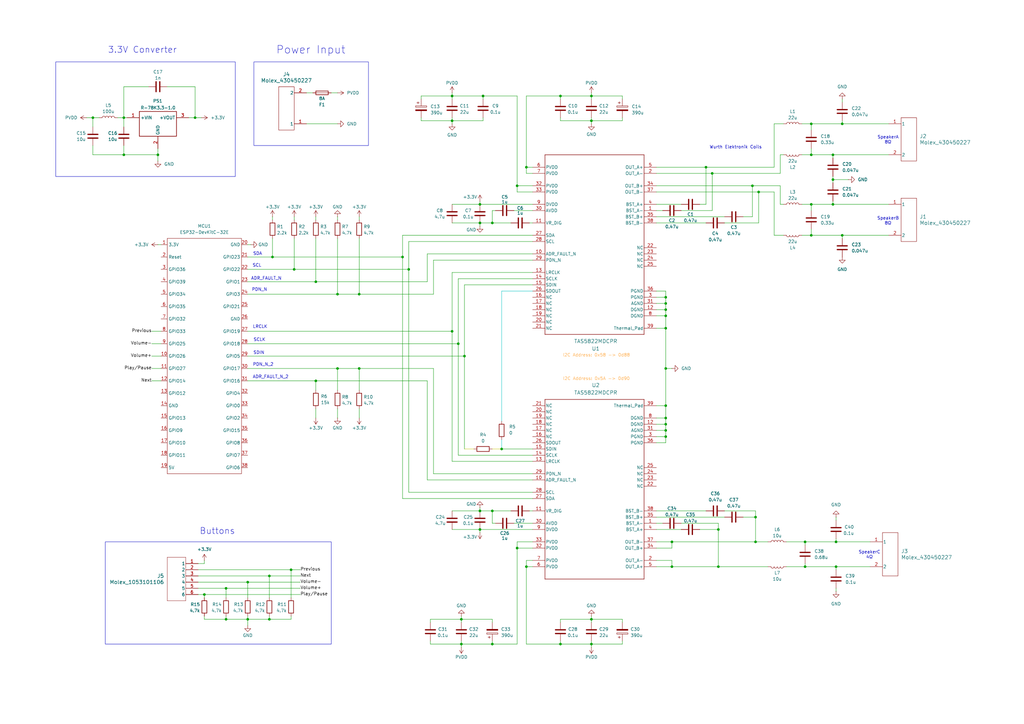
<source format=kicad_sch>
(kicad_sch (version 20231120) (generator "eeschema") (generator_version "8.0")
  (paper "A3")
  (junction (at 185.42 135.89))
  (junction (at 147.32 151.13))
  (junction (at 229.87 264.16))
  (junction (at 332.74 96.52))
  (junction (at 50.8 48.26))
  (junction (at 275.59 222.25))
  (junction (at 294.64 232.41))
  (junction (at 129.54 156.21))
  (junction (at 332.74 63.5))
  (junction (at 309.88 212.09))
  (junction (at 273.05 179.07))
  (junction (at 309.88 222.25))
  (junction (at 196.85 217.17))
  (junction (at 341.63 63.5))
  (junction (at 229.87 39.37))
  (junction (at 129.54 115.57))
  (junction (at 38.1 48.26))
  (junction (at 311.15 78.74))
  (junction (at 138.43 151.13))
  (junction (at 111.76 105.41))
  (junction (at 275.59 232.41))
  (junction (at 92.71 241.3))
  (junction (at 110.49 254))
  (junction (at 308.61 76.2))
  (junction (at 50.8 63.5))
  (junction (at 330.2 232.41))
  (junction (at 332.74 83.82))
  (junction (at 138.43 120.65))
  (junction (at 273.05 121.92))
  (junction (at 110.49 236.22))
  (junction (at 201.93 209.55))
  (junction (at 273.05 124.46))
  (junction (at 273.05 166.37))
  (junction (at 212.09 76.2))
  (junction (at 64.77 63.5))
  (junction (at 273.05 171.45))
  (junction (at 273.05 176.53))
  (junction (at 273.05 134.62))
  (junction (at 273.05 173.99))
  (junction (at 198.12 39.37))
  (junction (at 273.05 127))
  (junction (at 120.65 110.49))
  (junction (at 342.9 222.25))
  (junction (at 294.64 217.17))
  (junction (at 189.23 254))
  (junction (at 196.85 209.55))
  (junction (at 345.44 50.8))
  (junction (at 201.93 91.44))
  (junction (at 289.56 68.58))
  (junction (at 212.09 224.79))
  (junction (at 189.23 264.16))
  (junction (at 147.32 120.65))
  (junction (at 101.6 254))
  (junction (at 242.57 264.16))
  (junction (at 185.42 39.37))
  (junction (at 215.9 68.58))
  (junction (at 292.1 71.12))
  (junction (at 341.63 73.66))
  (junction (at 242.57 254))
  (junction (at 92.71 254))
  (junction (at 196.85 91.44))
  (junction (at 185.42 49.53))
  (junction (at 332.74 50.8))
  (junction (at 242.57 39.37))
  (junction (at 190.5 146.05))
  (junction (at 215.9 232.41))
  (junction (at 341.63 83.82))
  (junction (at 273.05 151.13))
  (junction (at 273.05 129.54))
  (junction (at 83.82 243.84))
  (junction (at 101.6 238.76))
  (junction (at 330.2 222.25))
  (junction (at 80.01 48.26))
  (junction (at 345.44 96.52))
  (junction (at 242.57 49.53))
  (junction (at 205.74 184.15))
  (junction (at 187.96 140.97))
  (junction (at 167.64 110.49))
  (junction (at 342.9 232.41))
  (junction (at 201.93 264.16))
  (junction (at 196.85 83.82))
  (junction (at 165.1 105.41))
  (junction (at 119.38 233.68))
  (wire (pts (xy 167.64 99.06) (xy 218.44 99.06)))
  (wire (pts (xy 269.24 222.25) (xy 275.59 222.25)))
  (wire (pts (xy 189.23 264.16) (xy 201.93 264.16)))
  (wire (pts (xy 129.54 171.45) (xy 129.54 167.64)))
  (wire (pts (xy 177.8 120.65) (xy 177.8 106.68)))
  (wire (pts (xy 309.88 209.55) (xy 309.88 212.09)))
  (wire (pts (xy 269.24 68.58) (xy 289.56 68.58)))
  (wire (pts (xy 209.55 91.44) (xy 201.93 91.44)))
  (wire (pts (xy 328.93 83.82) (xy 332.74 83.82)))
  (wire (pts (xy 341.63 63.5) (xy 341.63 64.77)))
  (wire (pts (xy 322.58 232.41) (xy 330.2 232.41)))
  (wire (pts (xy 201.93 86.36) (xy 203.2 86.36)))
  (wire (pts (xy 189.23 254) (xy 201.93 254)))
  (wire (pts (xy 269.24 124.46) (xy 273.05 124.46)))
  (wire (pts (xy 64.77 100.33) (xy 66.04 100.33)))
  (wire (pts (xy 68.58 35.56) (xy 80.01 35.56)))
  (wire (pts (xy 147.32 88.9) (xy 147.32 90.17)))
  (wire (pts (xy 345.44 97.79) (xy 345.44 96.52)))
  (wire (pts (xy 269.24 176.53) (xy 273.05 176.53)))
  (wire (pts (xy 101.6 120.65) (xy 138.43 120.65)))
  (wire (pts (xy 269.24 76.2) (xy 308.61 76.2)))
  (wire (pts (xy 101.6 254) (xy 101.6 256.54)))
  (wire (pts (xy 83.82 229.87) (xy 83.82 231.14)))
  (wire (pts (xy 269.24 229.87) (xy 275.59 229.87)))
  (wire (pts (xy 345.44 49.53) (xy 345.44 50.8)))
  (wire (pts (xy 190.5 146.05) (xy 190.5 184.15)))
  (wire (pts (xy 185.42 111.76) (xy 218.44 111.76)))
  (wire (pts (xy 123.19 233.68) (xy 119.38 233.68)))
  (wire (pts (xy 110.49 254) (xy 101.6 254)))
  (wire (pts (xy 273.05 166.37) (xy 273.05 171.45)))
  (wire (pts (xy 332.74 50.8) (xy 345.44 50.8)))
  (wire (pts (xy 330.2 232.41) (xy 330.2 231.14)))
  (wire (pts (xy 320.04 71.12) (xy 320.04 63.5)))
  (wire (pts (xy 80.01 48.26) (xy 82.55 48.26)))
  (wire (pts (xy 48.26 48.26) (xy 50.8 48.26)))
  (wire (pts (xy 185.42 39.37) (xy 198.12 39.37)))
  (wire (pts (xy 341.63 82.55) (xy 341.63 83.82)))
  (wire (pts (xy 177.8 194.31) (xy 177.8 151.13)))
  (wire (pts (xy 212.09 39.37) (xy 212.09 76.2)))
  (wire (pts (xy 138.43 120.65) (xy 147.32 120.65)))
  (wire (pts (xy 38.1 63.5) (xy 50.8 63.5)))
  (wire (pts (xy 308.61 76.2) (xy 320.04 76.2)))
  (wire (pts (xy 317.5 68.58) (xy 317.5 50.8)))
  (wire (pts (xy 138.43 38.1) (xy 135.89 38.1)))
  (wire (pts (xy 332.74 96.52) (xy 332.74 93.98)))
  (wire (pts (xy 101.6 110.49) (xy 120.65 110.49)))
  (wire (pts (xy 62.23 135.89) (xy 66.04 135.89)))
  (wire (pts (xy 294.64 214.63) (xy 294.64 217.17)))
  (wire (pts (xy 294.64 217.17) (xy 294.64 232.41)))
  (wire (pts (xy 273.05 119.38) (xy 273.05 121.92)))
  (wire (pts (xy 201.93 254) (xy 201.93 255.27)))
  (wire (pts (xy 185.42 50.8) (xy 185.42 49.53)))
  (wire (pts (xy 123.19 243.84) (xy 83.82 243.84)))
  (wire (pts (xy 205.74 119.38) (xy 205.74 172.72)) (stroke (width 0) (color 0 194 194 1)))
  (wire (pts (xy 229.87 49.53) (xy 242.57 49.53)))
  (wire (pts (xy 269.24 173.99) (xy 273.05 173.99)))
  (wire (pts (xy 328.93 96.52) (xy 332.74 96.52)))
  (wire (pts (xy 101.6 238.76) (xy 81.28 238.76)))
  (wire (pts (xy 50.8 48.26) (xy 52.07 48.26)))
  (wire (pts (xy 229.87 39.37) (xy 242.57 39.37)))
  (wire (pts (xy 269.24 179.07) (xy 273.05 179.07)))
  (wire (pts (xy 190.5 184.15) (xy 194.31 184.15)) (stroke (width 0) (color 194 194 0 1)))
  (wire (pts (xy 275.59 232.41) (xy 275.59 229.87)))
  (wire (pts (xy 147.32 151.13) (xy 177.8 151.13)))
  (wire (pts (xy 269.24 232.41) (xy 275.59 232.41)))
  (wire (pts (xy 297.18 209.55) (xy 309.88 209.55)))
  (wire (pts (xy 147.32 97.79) (xy 147.32 120.65)))
  (wire (pts (xy 129.54 156.21) (xy 175.26 156.21)))
  (wire (pts (xy 210.82 86.36) (xy 218.44 86.36)))
  (wire (pts (xy 138.43 88.9) (xy 138.43 90.17)))
  (wire (pts (xy 322.58 222.25) (xy 330.2 222.25)))
  (wire (pts (xy 242.57 254) (xy 255.27 254)))
  (wire (pts (xy 297.18 91.44) (xy 311.15 91.44)))
  (wire (pts (xy 269.24 214.63) (xy 271.78 214.63)))
  (wire (pts (xy 273.05 151.13) (xy 273.05 166.37)))
  (wire (pts (xy 242.57 254) (xy 242.57 252.73)))
  (wire (pts (xy 189.23 255.27) (xy 189.23 254)))
  (wire (pts (xy 198.12 49.53) (xy 198.12 48.26)))
  (wire (pts (xy 218.44 78.74) (xy 212.09 78.74)))
  (wire (pts (xy 332.74 63.5) (xy 341.63 63.5)))
  (wire (pts (xy 273.05 129.54) (xy 273.05 134.62)))
  (wire (pts (xy 185.42 111.76) (xy 185.42 135.89)))
  (wire (pts (xy 50.8 48.26) (xy 50.8 52.07)))
  (wire (pts (xy 273.05 121.92) (xy 273.05 124.46)))
  (wire (pts (xy 80.01 35.56) (xy 80.01 48.26)))
  (wire (pts (xy 187.96 140.97) (xy 187.96 186.69)))
  (wire (pts (xy 218.44 201.93) (xy 167.64 201.93)))
  (wire (pts (xy 196.85 209.55) (xy 201.93 209.55)))
  (wire (pts (xy 309.88 212.09) (xy 309.88 222.25)))
  (wire (pts (xy 92.71 241.3) (xy 81.28 241.3)))
  (wire (pts (xy 189.23 264.16) (xy 189.23 262.89)))
  (wire (pts (xy 317.5 96.52) (xy 321.31 96.52)))
  (wire (pts (xy 50.8 35.56) (xy 50.8 48.26)))
  (wire (pts (xy 273.05 151.13) (xy 275.59 151.13)))
  (wire (pts (xy 138.43 151.13) (xy 147.32 151.13)))
  (wire (pts (xy 273.05 127) (xy 273.05 129.54)))
  (wire (pts (xy 328.93 63.5) (xy 332.74 63.5)))
  (wire (pts (xy 342.9 232.41) (xy 356.87 232.41)))
  (wire (pts (xy 129.54 97.79) (xy 129.54 115.57)))
  (wire (pts (xy 341.63 73.66) (xy 347.98 73.66)))
  (wire (pts (xy 304.8 88.9) (xy 308.61 88.9)))
  (wire (pts (xy 330.2 232.41) (xy 342.9 232.41)))
  (wire (pts (xy 320.04 63.5) (xy 321.31 63.5)))
  (wire (pts (xy 83.82 245.11) (xy 83.82 243.84)))
  (wire (pts (xy 212.09 224.79) (xy 212.09 264.16)))
  (wire (pts (xy 62.23 151.13) (xy 66.04 151.13)))
  (wire (pts (xy 218.44 194.31) (xy 177.8 194.31)))
  (wire (pts (xy 147.32 151.13) (xy 147.32 160.02)))
  (wire (pts (xy 120.65 88.9) (xy 120.65 90.17)))
  (wire (pts (xy 101.6 238.76) (xy 101.6 245.11)))
  (wire (pts (xy 342.9 222.25) (xy 356.87 222.25)))
  (wire (pts (xy 189.23 254) (xy 189.23 252.73)))
  (wire (pts (xy 308.61 88.9) (xy 308.61 76.2)))
  (wire (pts (xy 275.59 222.25) (xy 309.88 222.25)))
  (wire (pts (xy 229.87 49.53) (xy 229.87 48.26)))
  (wire (pts (xy 187.96 114.3) (xy 187.96 140.97)))
  (wire (pts (xy 332.74 86.36) (xy 332.74 83.82)))
  (wire (pts (xy 92.71 252.73) (xy 92.71 254)))
  (wire (pts (xy 289.56 83.82) (xy 289.56 68.58)))
  (wire (pts (xy 255.27 262.89) (xy 255.27 264.16)))
  (wire (pts (xy 110.49 236.22) (xy 81.28 236.22)))
  (wire (pts (xy 35.56 48.26) (xy 38.1 48.26)))
  (wire (pts (xy 269.24 83.82) (xy 279.4 83.82)))
  (wire (pts (xy 304.8 212.09) (xy 309.88 212.09)))
  (wire (pts (xy 215.9 232.41) (xy 218.44 232.41)))
  (wire (pts (xy 269.24 212.09) (xy 297.18 212.09)))
  (wire (pts (xy 64.77 60.96) (xy 64.77 63.5)))
  (wire (pts (xy 269.24 166.37) (xy 273.05 166.37)))
  (wire (pts (xy 119.38 233.68) (xy 119.38 245.11)))
  (wire (pts (xy 269.24 224.79) (xy 275.59 224.79)))
  (wire (pts (xy 196.85 208.28) (xy 196.85 209.55)))
  (wire (pts (xy 110.49 236.22) (xy 110.49 245.11)))
  (wire (pts (xy 342.9 222.25) (xy 342.9 220.98)))
  (wire (pts (xy 185.42 39.37) (xy 185.42 40.64)))
  (wire (pts (xy 242.57 39.37) (xy 255.27 39.37)))
  (wire (pts (xy 201.93 214.63) (xy 201.93 209.55)))
  (wire (pts (xy 341.63 63.5) (xy 364.49 63.5)))
  (wire (pts (xy 242.57 49.53) (xy 242.57 50.8)))
  (wire (pts (xy 212.09 222.25) (xy 212.09 224.79)))
  (wire (pts (xy 196.85 217.17) (xy 218.44 217.17)))
  (wire (pts (xy 187.96 114.3) (xy 218.44 114.3)))
  (wire (pts (xy 120.65 110.49) (xy 167.64 110.49)))
  (wire (pts (xy 185.42 49.53) (xy 198.12 49.53)))
  (wire (pts (xy 215.9 39.37) (xy 215.9 68.58)))
  (wire (pts (xy 332.74 63.5) (xy 332.74 60.96)))
  (wire (pts (xy 201.93 214.63) (xy 203.2 214.63)))
  (wire (pts (xy 218.44 71.12) (xy 215.9 71.12)))
  (wire (pts (xy 129.54 156.21) (xy 101.6 156.21)))
  (wire (pts (xy 172.72 48.26) (xy 172.72 49.53)))
  (wire (pts (xy 119.38 252.73) (xy 119.38 254)))
  (wire (pts (xy 269.24 129.54) (xy 273.05 129.54)))
  (wire (pts (xy 332.74 96.52) (xy 345.44 96.52)))
  (wire (pts (xy 218.44 186.69) (xy 187.96 186.69)))
  (wire (pts (xy 345.44 40.64) (xy 345.44 41.91)))
  (wire (pts (xy 275.59 232.41) (xy 294.64 232.41)))
  (wire (pts (xy 269.24 86.36) (xy 271.78 86.36)))
  (wire (pts (xy 269.24 119.38) (xy 273.05 119.38)))
  (wire (pts (xy 242.57 264.16) (xy 242.57 262.89)))
  (wire (pts (xy 255.27 40.64) (xy 255.27 39.37)))
  (wire (pts (xy 111.76 97.79) (xy 111.76 105.41)))
  (wire (pts (xy 229.87 254) (xy 229.87 255.27)))
  (wire (pts (xy 172.72 49.53) (xy 185.42 49.53)))
  (wire (pts (xy 215.9 229.87) (xy 215.9 232.41)))
  (wire (pts (xy 147.32 120.65) (xy 177.8 120.65)))
  (wire (pts (xy 218.44 196.85) (xy 175.26 196.85)))
  (wire (pts (xy 62.23 146.05) (xy 66.04 146.05)))
  (wire (pts (xy 218.44 119.38) (xy 205.74 119.38)) (stroke (width 0) (color 0 194 194 1)))
  (wire (pts (xy 201.93 262.89) (xy 201.93 264.16)))
  (wire (pts (xy 212.09 39.37) (xy 198.12 39.37)))
  (wire (pts (xy 242.57 255.27) (xy 242.57 254)))
  (wire (pts (xy 38.1 48.26) (xy 40.64 48.26)))
  (wire (pts (xy 269.24 88.9) (xy 297.18 88.9)))
  (wire (pts (xy 201.93 184.15) (xy 205.74 184.15)) (stroke (width 0) (color 194 194 0 1)))
  (wire (pts (xy 273.05 134.62) (xy 273.05 151.13)))
  (wire (pts (xy 341.63 74.93) (xy 341.63 73.66)))
  (wire (pts (xy 64.77 63.5) (xy 64.77 66.04)))
  (wire (pts (xy 196.85 218.44) (xy 196.85 217.17)))
  (wire (pts (xy 111.76 88.9) (xy 111.76 90.17)))
  (wire (pts (xy 165.1 204.47) (xy 218.44 204.47)))
  (wire (pts (xy 321.31 83.82) (xy 320.04 83.82)))
  (wire (pts (xy 101.6 254) (xy 92.71 254)))
  (wire (pts (xy 330.2 222.25) (xy 330.2 223.52)))
  (wire (pts (xy 189.23 265.43) (xy 189.23 264.16)))
  (wire (pts (xy 62.23 140.97) (xy 66.04 140.97)))
  (wire (pts (xy 83.82 254) (xy 92.71 254)))
  (wire (pts (xy 269.24 134.62) (xy 273.05 134.62)))
  (wire (pts (xy 229.87 40.64) (xy 229.87 39.37)))
  (wire (pts (xy 101.6 105.41) (xy 111.76 105.41)))
  (wire (pts (xy 341.63 83.82) (xy 364.49 83.82)))
  (wire (pts (xy 185.42 91.44) (xy 196.85 91.44)))
  (wire (pts (xy 320.04 83.82) (xy 320.04 76.2)))
  (wire (pts (xy 342.9 241.3) (xy 342.9 242.57)))
  (wire (pts (xy 119.38 233.68) (xy 81.28 233.68)))
  (wire (pts (xy 269.24 127) (xy 273.05 127)))
  (wire (pts (xy 242.57 49.53) (xy 255.27 49.53)))
  (wire (pts (xy 190.5 116.84) (xy 190.5 146.05)))
  (wire (pts (xy 294.64 232.41) (xy 314.96 232.41)))
  (wire (pts (xy 129.54 160.02) (xy 129.54 156.21)))
  (wire (pts (xy 176.53 254) (xy 189.23 254)))
  (wire (pts (xy 229.87 254) (xy 242.57 254)))
  (wire (pts (xy 165.1 96.52) (xy 165.1 105.41)))
  (wire (pts (xy 242.57 39.37) (xy 242.57 40.64)))
  (wire (pts (xy 185.42 38.1) (xy 185.42 39.37)))
  (wire (pts (xy 279.4 214.63) (xy 294.64 214.63)))
  (wire (pts (xy 177.8 106.68) (xy 218.44 106.68)))
  (wire (pts (xy 50.8 59.69) (xy 50.8 63.5)))
  (wire (pts (xy 110.49 252.73) (xy 110.49 254)))
  (wire (pts (xy 138.43 151.13) (xy 138.43 160.02)))
  (wire (pts (xy 242.57 48.26) (xy 242.57 49.53)))
  (wire (pts (xy 185.42 39.37) (xy 172.72 39.37)))
  (wire (pts (xy 176.53 254) (xy 176.53 255.27)))
  (wire (pts (xy 229.87 262.89) (xy 229.87 264.16)))
  (wire (pts (xy 215.9 232.41) (xy 215.9 264.16)))
  (wire (pts (xy 167.64 110.49) (xy 167.64 201.93)))
  (wire (pts (xy 215.9 264.16) (xy 229.87 264.16)))
  (wire (pts (xy 309.88 222.25) (xy 314.96 222.25)))
  (wire (pts (xy 196.85 91.44) (xy 201.93 91.44)))
  (wire (pts (xy 172.72 39.37) (xy 172.72 40.64)))
  (wire (pts (xy 190.5 116.84) (xy 218.44 116.84)))
  (wire (pts (xy 287.02 217.17) (xy 294.64 217.17)))
  (wire (pts (xy 38.1 59.69) (xy 38.1 63.5)))
  (wire (pts (xy 167.64 99.06) (xy 167.64 110.49)))
  (wire (pts (xy 77.47 48.26) (xy 80.01 48.26)))
  (wire (pts (xy 185.42 48.26) (xy 185.42 49.53)))
  (wire (pts (xy 342.9 232.41) (xy 342.9 233.68)))
  (wire (pts (xy 317.5 50.8) (xy 321.31 50.8)))
  (wire (pts (xy 119.38 254) (xy 110.49 254)))
  (wire (pts (xy 83.82 243.84) (xy 81.28 243.84)))
  (wire (pts (xy 273.05 176.53) (xy 273.05 179.07)))
  (wire (pts (xy 269.24 71.12) (xy 292.1 71.12)))
  (wire (pts (xy 101.6 135.89) (xy 185.42 135.89)))
  (wire (pts (xy 138.43 97.79) (xy 138.43 120.65)))
  (wire (pts (xy 185.42 217.17) (xy 196.85 217.17)))
  (wire (pts (xy 345.44 50.8) (xy 364.49 50.8)))
  (wire (pts (xy 330.2 222.25) (xy 342.9 222.25)))
  (wire (pts (xy 165.1 105.41) (xy 165.1 204.47)))
  (wire (pts (xy 175.26 104.14) (xy 218.44 104.14)))
  (wire (pts (xy 60.96 35.56) (xy 50.8 35.56)))
  (wire (pts (xy 332.74 53.34) (xy 332.74 50.8)))
  (wire (pts (xy 255.27 254) (xy 255.27 255.27)))
  (wire (pts (xy 273.05 171.45) (xy 273.05 173.99)))
  (wire (pts (xy 123.19 236.22) (xy 110.49 236.22)))
  (wire (pts (xy 165.1 96.52) (xy 218.44 96.52)))
  (wire (pts (xy 217.17 209.55) (xy 218.44 209.55)))
  (wire (pts (xy 205.74 184.15) (xy 218.44 184.15)))
  (wire (pts (xy 273.05 124.46) (xy 273.05 127)))
  (wire (pts (xy 212.09 224.79) (xy 218.44 224.79)))
  (wire (pts (xy 176.53 264.16) (xy 189.23 264.16)))
  (wire (pts (xy 201.93 86.36) (xy 201.93 91.44)))
  (wire (pts (xy 138.43 171.45) (xy 138.43 167.64)))
  (wire (pts (xy 311.15 78.74) (xy 317.5 78.74)))
  (wire (pts (xy 198.12 39.37) (xy 198.12 40.64)))
  (wire (pts (xy 50.8 63.5) (xy 64.77 63.5)))
  (wire (pts (xy 185.42 83.82) (xy 196.85 83.82)))
  (wire (pts (xy 215.9 68.58) (xy 215.9 71.12)))
  (wire (pts (xy 101.6 115.57) (xy 129.54 115.57)))
  (wire (pts (xy 218.44 222.25) (xy 212.09 222.25)))
  (wire (pts (xy 311.15 91.44) (xy 311.15 78.74)))
  (wire (pts (xy 196.85 82.55) (xy 196.85 83.82)))
  (wire (pts (xy 212.09 76.2) (xy 212.09 78.74)))
  (wire (pts (xy 138.43 151.13) (xy 101.6 151.13)))
  (wire (pts (xy 218.44 229.87) (xy 215.9 229.87)))
  (wire (pts (xy 176.53 262.89) (xy 176.53 264.16)))
  (wire (pts (xy 292.1 71.12) (xy 320.04 71.12)))
  (wire (pts (xy 205.74 180.34) (xy 205.74 184.15)) (stroke (width 0) (color 0 194 194 1)))
  (wire (pts (xy 332.74 83.82) (xy 341.63 83.82)))
  (wire (pts (xy 269.24 171.45) (xy 273.05 171.45)))
  (wire (pts (xy 289.56 68.58) (xy 317.5 68.58)))
  (wire (pts (xy 125.73 50.8) (xy 138.43 50.8)))
  (wire (pts (xy 62.23 156.21) (xy 66.04 156.21)))
  (wire (pts (xy 229.87 264.16) (xy 242.57 264.16)))
  (wire (pts (xy 147.32 171.45) (xy 147.32 167.64)))
  (wire (pts (xy 128.27 38.1) (xy 125.73 38.1)))
  (wire (pts (xy 196.85 92.71) (xy 196.85 91.44)))
  (wire (pts (xy 292.1 86.36) (xy 292.1 71.12)))
  (wire (pts (xy 185.42 209.55) (xy 196.85 209.55)))
  (wire (pts (xy 341.63 72.39) (xy 341.63 73.66)))
  (wire (pts (xy 342.9 213.36) (xy 342.9 212.09)))
  (wire (pts (xy 269.24 217.17) (xy 279.4 217.17)))
  (wire (pts (xy 83.82 231.14) (xy 81.28 231.14)))
  (wire (pts (xy 269.24 181.61) (xy 273.05 181.61)))
  (wire (pts (xy 185.42 135.89) (xy 185.42 189.23)))
  (wire (pts (xy 212.09 264.16) (xy 201.93 264.16)))
  (wire (pts (xy 255.27 49.53) (xy 255.27 48.26)))
  (wire (pts (xy 101.6 146.05) (xy 190.5 146.05)))
  (wire (pts (xy 101.6 100.33) (xy 102.87 100.33)))
  (wire (pts (xy 332.74 50.8) (xy 328.93 50.8)))
  (wire (pts (xy 120.65 97.79) (xy 120.65 110.49)))
  (wire (pts (xy 218.44 68.58) (xy 215.9 68.58)))
  (wire (pts (xy 273.05 179.07) (xy 273.05 181.61)))
  (wire (pts (xy 129.54 88.9) (xy 129.54 90.17)))
  (wire (pts (xy 92.71 241.3) (xy 92.71 245.11)))
  (wire (pts (xy 269.24 78.74) (xy 311.15 78.74)))
  (wire (pts (xy 196.85 83.82) (xy 218.44 83.82)))
  (wire (pts (xy 129.54 115.57) (xy 175.26 115.57)))
  (wire (pts (xy 269.24 121.92) (xy 273.05 121.92)))
  (wire (pts (xy 317.5 78.74) (xy 317.5 96.52)))
  (wire (pts (xy 83.82 252.73) (xy 83.82 254)))
  (wire (pts (xy 175.26 196.85) (xy 175.26 156.21)))
  (wire (pts (xy 123.19 238.76) (xy 101.6 238.76)))
  (wire (pts (xy 242.57 265.43) (xy 242.57 264.16)))
  (wire (pts (xy 185.42 189.23) (xy 218.44 189.23)))
  (wire (pts (xy 275.59 222.25) (xy 275.59 224.79)))
  (wire (pts (xy 279.4 86.36) (xy 292.1 86.36)))
  (wire (pts (xy 218.44 76.2) (xy 212.09 76.2)))
  (wire (pts (xy 101.6 140.97) (xy 187.96 140.97)))
  (wire (pts (xy 273.05 173.99) (xy 273.05 176.53)))
  (wire (pts (xy 209.55 209.55) (xy 201.93 209.55)))
  (wire (pts (xy 210.82 214.63) (xy 218.44 214.63)))
  (wire (pts (xy 175.26 115.57) (xy 175.26 104.14)))
  (wire (pts (xy 269.24 91.44) (xy 289.56 91.44)))
  (wire (pts (xy 215.9 39.37) (xy 229.87 39.37)))
  (wire (pts (xy 111.76 105.41) (xy 165.1 105.41)))
  (wire (pts (xy 101.6 252.73) (xy 101.6 254)))
  (wire (pts (xy 123.19 241.3) (xy 92.71 241.3)))
  (wire (pts (xy 345.44 96.52) (xy 364.49 96.52)))
  (wire (pts (xy 269.24 209.55) (xy 289.56 209.55)))
  (wire (pts (xy 287.02 83.82) (xy 289.56 83.82)))
  (wire (pts (xy 242.57 264.16) (xy 255.27 264.16)))
  (wire (pts (xy 38.1 48.26) (xy 38.1 52.07)))
  (wire (pts (xy 242.57 38.1) (xy 242.57 39.37)))
  (wire (pts (xy 217.17 91.44) (xy 218.44 91.44)))
  (rectangle (start 151.13 25.4) (end 104.14 59.69))
  (rectangle (start 135.89 222.25) (end 43.18 264.16))
  (rectangle (start 22.86 25.4) (end 96.52 72.39))
  (image (at -144.78 78.74) (scale 0.930789))
  (image (at -152.4 196.85) (scale 0.663532))
  (text "SCL" (at 105.41 108.966 0) (effects (font (size 1.27 1.27))))
  (text "Wurth Elektronik Coils" (at 301.752 60.452 0) (effects (font (size 1.27 1.27))))
  (text "PDN_N_2" (at 107.95 149.606 0) (effects (font (size 1.27 1.27))))
  (text "SpeakerC\n4Ω" (at 356.616 227.584 0) (effects (font (size 1.27 1.27))))
  (text "SpeakerA\n8Ω" (at 364.236 57.404 0) (effects (font (size 1.27 1.27))))
  (text "I2C Address: 0x58 -> 0d88" (at 244.602 145.796 0) (effects (font (size 1.27 1.27))))
  (text "I2C Address: 0x5A -> 0d90" (at 244.602 155.448 0) (effects (font (size 1.27 1.27))))
  (text "SpeakerB\n8Ω" (at 364.236 90.678 0) (effects (font (size 1.27 1.27))))
  (text "ADR_FAULT_N" (at 109.22 114.3 0) (effects (font (size 1.27 1.27))))
  (text "SDIN" (at 106.172 144.78 0) (effects (font (size 1.27 1.27))))
  (text "SDA" (at 105.664 104.14 0) (effects (font (size 1.27 1.27))))
  (text "PDN_N" (at 106.426 118.872 0) (effects (font (size 1.27 1.27))))
  (text "Buttons" (at 89.154 217.932 0) (effects (font (size 2.54 2.54))))
  (text "3.3V Converter" (at 58.42 20.574 0) (effects (font (size 2.54 2.54))))
  (text "LRCLK" (at 106.68 134.112 0) (effects (font (size 1.27 1.27))))
  (text "Power Input" (at 127.508 20.574 0) (effects (font (size 3.175 3.175))))
  (text "SCLK" (at 106.426 139.446 0) (effects (font (size 1.27 1.27))))
  (text "ADR_FAULT_N_2" (at 110.998 154.686 0) (effects (font (size 1.27 1.27))))
  (label "Volume-" (at 62.23 140.97 180))
  (label "Next" (at 123.19 236.22 0))
  (label "Volume+" (at 62.23 146.05 180))
  (label "Play{slash}Pause" (at 123.19 243.84 0))
  (label "Volume+" (at 123.19 241.3 0))
  (label "Next" (at 62.23 156.21 180))
  (label "Previous" (at 123.19 233.68 0))
  (label "Volume-" (at 123.19 238.76 0))
  (label "Previous" (at 62.23 135.89 180))
  (label "Play{slash}Pause" (at 62.23 151.13 180))
  (symbol (lib_id "power:GND") (at 185.42 50.8 0) (unit 1)
    (property "Reference" "#PWR03" (effects (hide yes)))
    (property "Value" "GND" (at 185.42 55.372 0))
    (property "Description" "Power symbol creates a global label with name \"GND\" , ground" (effects (hide yes)))
  )
  (symbol (lib_id "Device:C") (at 196.85 213.36 180) (unit 1)
    (property "Reference" "C25" (at 192.024 212.09 0))
    (property "Value" "0.1u" (at 192.024 214.63 0))
    (property "Footprint" "Capacitor_SMD:C_0603_1608Metric_Pad1.08x0.95mm_HandSolder" (effects (hide yes)))
    (property "Datasheet" "https://gr.mouser.com/datasheet/2/447/KEM_C1002_X7R_SMD-3316098.pdf" (effects (hide yes)))
    (property "Description" "KEMET - C0603C104J5RACTM" (effects (hide yes)))
    (property "MouserLink" "https://gr.mouser.com/ProductDetail/KEMET/C0603C104J5RACTM?qs=JHaSZE6YWYWxKFeO4jSa6A%3D%3D" (effects (hide yes)))
  )
  (symbol (lib_id "Device:C") (at 229.87 44.45 180) (unit 1)
    (property "Reference" "C10" (at 234.95 43.434 0))
    (property "Value" "0.1u" (at 234.95 45.974 0))
    (property "Footprint" "Capacitor_SMD:C_0603_1608Metric_Pad1.08x0.95mm_HandSolder" (effects (hide yes)))
    (property "Datasheet" "https://gr.mouser.com/datasheet/2/447/KEM_C1002_X7R_SMD-3316098.pdf" (effects (hide yes)))
    (property "Description" "KEMET - C0603C104J5RACTM" (effects (hide yes)))
    (property "MouserLink" "https://gr.mouser.com/ProductDetail/KEMET/C0603C104J5RACTM?qs=JHaSZE6YWYWxKFeO4jSa6A%3D%3D" (effects (hide yes)))
  )
  (symbol (lib_id "Speaker Amp Lib:Molex_430450227") (at 364.49 88.9 0) (unit 1)
    (property "Reference" "J1" (at 377.19 88.8999 0) (effects (font (size 1.524 1.524)) (justify left)))
    (property "Value" "Molex_430450227" (at 377.19 91.4399 0) (effects (font (size 1.524 1.524)) (justify left)))
    (property "Footprint" "Speaker Amp Lib:430450227_MOLEX" (effects (hide yes)))
    (property "Datasheet" "430450227" (effects (hide yes)))
  )
  (symbol (lib_id "Device:C") (at 50.8 55.88 180) (unit 1)
    (property "Reference" "C16" (at 46.228 54.61 0))
    (property "Value" "10u" (at 46.228 57.15 0))
    (property "Footprint" "Capacitor_SMD:C_0805_2012Metric_Pad1.18x1.45mm_HandSolder" (effects (hide yes)))
    (property "Datasheet" "https://gr.mouser.com/datasheet/2/40/KGM_X7R-3223212.pdf" (effects (hide yes)))
    (property "Description" "KYOCERA AVX - KGM21AR71C106MU" (effects (hide yes)))
    (property "MouserLink" "https://gr.mouser.com/ProductDetail/KYOCERA-AVX/KGM21AR71C106MU?qs=sGAEpiMZZMvsSlwiRhF8qrQG6leidpLjU8BjxxSoaKnIf%2FcjJ0%2FHoA%3D%3D" (effects (hide yes)))
  )
  (symbol (lib_name "Molex_430450227_1") (lib_id "Speaker Amp Lib:Molex_430450227") (at 356.87 226.06 0) (unit 1)
    (property "Reference" "J3" (at 369.57 226.0599 0) (effects (font (size 1.524 1.524)) (justify left)))
    (property "Value" "Molex_430450227" (at 369.57 228.5999 0) (effects (font (size 1.524 1.524)) (justify left)))
    (property "Footprint" "Speaker Amp Lib:430450227_MOLEX" (effects (hide yes)))
    (property "Datasheet" "430450227" (effects (hide yes)))
  )
  (symbol (lib_id "power:GND") (at 242.57 50.8 0) (unit 1)
    (property "Reference" "#PWR04" (effects (hide yes)))
    (property "Value" "GND" (at 242.57 55.118 0))
    (property "Description" "Power symbol creates a global label with name \"GND\" , ground" (effects (hide yes)))
  )
  (symbol (lib_id "power:VDD") (at 242.57 265.43 0) (mirror x) (unit 1)
    (property "Reference" "#PWR021" (effects (hide yes)))
    (property "Value" "PVDD" (at 242.57 269.494 0))
    (property "Description" "Power symbol creates a global label with name \"VDD\"" (effects (hide yes)))
  )
  (symbol (lib_id "Device:Fuse") (at 132.08 38.1 270) (mirror x) (unit 1)
    (property "Reference" "F1" (at 132.08 42.926 90))
    (property "Value" "8A" (at 132.08 40.386 90))
    (property "Footprint" "Fuse:Fuse_1206_3216Metric" (effects (hide yes)))
    (property "Datasheet" "https://gr.mouser.com/datasheet/2/643/ds_CP_0685P_series-1960388.pdf" (effects (hide yes)))
    (property "Description" "Bel Fuse - 0685P8000-01" (effects (hide yes)))
    (property "MouserLink" "https://gr.mouser.com/ProductDetail/Bel-Fuse/0685P8000-01?qs=vLWxofP3U2ymdTHu8UmoqA%3D%3D" (effects (hide yes)))
  )
  (symbol (lib_id "power:+3.3V") (at 111.76 88.9 0) (unit 1)
    (property "Reference" "#PWR013" (effects (hide yes)))
    (property "Value" "+3.3V" (at 111.76 84.836 0))
    (property "Description" "Power symbol creates a global label with name \"+3.3V\"" (effects (hide yes)))
  )
  (symbol (lib_id "Device:C") (at 38.1 55.88 180) (unit 1)
    (property "Reference" "C15" (at 33.274 54.61 0))
    (property "Value" "10u" (at 33.274 57.15 0))
    (property "Footprint" "Capacitor_SMD:C_0805_2012Metric_Pad1.18x1.45mm_HandSolder" (effects (hide yes)))
    (property "Datasheet" "https://gr.mouser.com/datasheet/2/40/KGM_X7R-3223212.pdf" (effects (hide yes)))
    (property "Description" "KYOCERA AVX - KGM21AR71C106MU" (effects (hide yes)))
    (property "MouserLink" "https://gr.mouser.com/ProductDetail/KYOCERA-AVX/KGM21AR71C106MU?qs=sGAEpiMZZMvsSlwiRhF8qrQG6leidpLjU8BjxxSoaKnIf%2FcjJ0%2FHoA%3D%3D" (effects (hide yes)))
  )
  (symbol (lib_id "Device:C") (at 242.57 259.08 180) (unit 1)
    (property "Reference" "C29" (at 247.65 258.064 0))
    (property "Value" "22u" (at 247.65 260.604 0))
    (property "Footprint" "Capacitor_SMD:C_0805_2012Metric_Pad1.18x1.45mm_HandSolder" (effects (hide yes)))
    (property "Datasheet" "https://product.tdk.com/system/files/dam/doc/product/capacitor/ceramic/mlcc/catalog/mlcc_commercial_general_en.pdf" (effects (hide yes)))
    (property "Description" "TDK - C2012X5R1V226M125AC" (effects (hide yes)))
    (property "MouserLink" "https://gr.mouser.com/ProductDetail/TDK/C2012X5R1V226M125AC?qs=6JAMGB%252BEdkyUk0d2Mu2IrQ%3D%3D" (effects (hide yes)))
  )
  (symbol (lib_id "power:VDD") (at 35.56 48.26 90) (unit 1)
    (property "Reference" "#PWR09" (effects (hide yes)))
    (property "Value" "PVDD" (at 29.21 48.26 90))
    (property "Description" "Power symbol creates a global label with name \"VDD\"" (effects (hide yes)))
  )
  (symbol (lib_id "Device:C") (at 213.36 209.55 270) (unit 1)
    (property "Reference" "C27" (at 213.36 213.614 90))
    (property "Value" "1u" (at 213.36 215.646 90))
    (property "Footprint" "Capacitor_SMD:C_0603_1608Metric_Pad1.08x0.95mm_HandSolder" (effects (hide yes)))
    (property "Datasheet" "https://gr.mouser.com/datasheet/2/396/ML_mlcc_all_e-3369844.pdf" (effects (hide yes)))
    (property "Description" "TAIYO YUDEN - MLAST168SB7105KTNA01" (effects (hide yes)))
    (property "MouserLink" "https://gr.mouser.com/ProductDetail/TAIYO-YUDEN/MLAST168SB7105KTNA01?qs=tlsG%2FOw5FFhx%252B2apRN1HpA%3D%3D" (effects (hide yes)))
  )
  (symbol (lib_id "power:VDD") (at 185.42 38.1 0) (unit 1)
    (property "Reference" "#PWR06" (effects (hide yes)))
    (property "Value" "PVDD" (at 185.42 34.036 0))
    (property "Description" "Power symbol creates a global label with name \"VDD\"" (effects (hide yes)))
  )
  (symbol (lib_id "power:GND") (at 275.59 151.13 90) (unit 1)
    (property "Reference" "#PWR01" (effects (hide yes)))
    (property "Value" "GND" (at 279.4 151.1299 90) (effects (justify right)))
    (property "Description" "Power symbol creates a global label with name \"GND\" , ground" (effects (hide yes)))
  )
  (symbol (lib_id "Device:L") (at 325.12 63.5 270) (unit 1)
    (property "Reference" "L2" (at 325.12 68.58 90))
    (property "Value" "22u" (at 325.12 66.04 90))
    (property "Footprint" "Inductor_SMD:L_Wuerth_WE-PD-Typ-LS_Handsoldering" (effects (hide yes)))
    (property "Datasheet" "https://www.we-online.com/components/products/datasheet/7447707220.pdf" (effects (hide yes)))
    (property "Description" "Wurth Elektronik - 7447707220" (effects (hide yes)))
    (property "MouserLink" "https://gr.mouser.com/ProductDetail/Wurth-Elektronik/7447707220?qs=DPoM0jnrROU%252BcE0mb2gCYA%3D%3D" (effects (hide yes)))
  )
  (symbol (lib_id "Device:C") (at 229.87 259.08 180) (unit 1)
    (property "Reference" "C28" (at 234.95 258.064 0))
    (property "Value" "0.1u" (at 234.95 260.604 0))
    (property "Footprint" "Capacitor_SMD:C_0603_1608Metric_Pad1.08x0.95mm_HandSolder" (effects (hide yes)))
    (property "Datasheet" "https://gr.mouser.com/datasheet/2/447/KEM_C1002_X7R_SMD-3316098.pdf" (effects (hide yes)))
    (property "Description" "KEMET - C0603C104J5RACTM" (effects (hide yes)))
    (property "MouserLink" "https://gr.mouser.com/ProductDetail/KEMET/C0603C104J5RACTM?qs=JHaSZE6YWYWxKFeO4jSa6A%3D%3D" (effects (hide yes)))
  )
  (symbol (lib_id "Device:R") (at 129.54 93.98 180) (unit 1)
    (property "Reference" "R3" (at 131.318 92.964 0) (effects (justify right)))
    (property "Value" "4.7k" (at 131.318 95.504 0) (effects (justify right)))
    (property "Footprint" "Resistor_SMD:R_0805_2012Metric_Pad1.20x1.40mm_HandSolder" (effects (hide yes)))
    (property "Datasheet" "https://gr.mouser.com/datasheet/2/447/PYu_RT_1_to_0_01_RoHS_L_12-3003070.pdf" (effects (hide yes)))
    (property "Description" "YAGEO - RT0805DRD074K7L" (effects (hide yes)))
    (property "MouserLink" "https://gr.mouser.com/ProductDetail/YAGEO/RT0805DRD074K7L?qs=4CyHz7GXqSgskZKNIL1%252BXQ%3D%3D" (effects (hide yes)))
  )
  (symbol (lib_id "Device:C") (at 341.63 68.58 0) (unit 1)
    (property "Reference" "C20" (at 345.44 67.3099 0) (effects (justify left)))
    (property "Value" "0.047u" (at 345.44 69.8499 0) (effects (justify left)))
    (property "Footprint" "Capacitor_THT:C_Rect_L13.0mm_W5.0mm_P10.00mm_FKS3_FKP3_MKS4" (effects (hide yes)))
    (property "Datasheet" "https://gr.mouser.com/datasheet/2/447/KEM_F3034_R76-3317004.pdf" (effects (hide yes)))
    (property "Description" "YAGEO - R76MF24705050J" (effects (hide yes)))
    (property "MouserLink" "https://gr.mouser.com/ProductDetail/KEMET/R76MF24705050J?qs=pUKx8fyJudD0iBKf0S6rmA%3D%3D" (effects (hide yes)))
  )
  (symbol (lib_id "power:GND") (at 101.6 256.54 0) (mirror y) (unit 1)
    (property "Reference" "#PWR035" (effects (hide yes)))
    (property "Value" "GND" (at 101.6 260.604 0))
    (property "Description" "Power symbol creates a global label with name \"GND\" , ground" (effects (hide yes)))
  )
  (symbol (lib_id "Device:C") (at 189.23 259.08 180) (unit 1)
    (property "Reference" "C32" (at 194.31 258.064 0))
    (property "Value" "22u" (at 194.31 260.604 0))
    (property "Footprint" "Capacitor_SMD:C_0805_2012Metric_Pad1.18x1.45mm_HandSolder" (effects (hide yes)))
    (property "Datasheet" "https://product.tdk.com/system/files/dam/doc/product/capacitor/ceramic/mlcc/catalog/mlcc_commercial_general_en.pdf" (effects (hide yes)))
    (property "Description" "TDK - C2012X5R1V226M125AC" (effects (hide yes)))
    (property "MouserLink" "https://gr.mouser.com/ProductDetail/TDK/C2012X5R1V226M125AC?qs=6JAMGB%252BEdkyUk0d2Mu2IrQ%3D%3D" (effects (hide yes)))
  )
  (symbol (lib_id "power:GND") (at 138.43 171.45 0) (unit 1)
    (property "Reference" "#PWR029" (effects (hide yes)))
    (property "Value" "GND" (at 138.43 175.514 0))
    (property "Description" "Power symbol creates a global label with name \"GND\" , ground" (effects (hide yes)))
  )
  (symbol (lib_id "Device:C") (at 342.9 217.17 180) (unit 1)
    (property "Reference" "C40" (at 350.266 216.154 0) (effects (justify left)))
    (property "Value" "0.1u" (at 350.266 218.694 0) (effects (justify left)))
    (property "Footprint" "Capacitor_THT:C_Rect_L18.0mm_W5.0mm_P15.00mm_FKS3_FKP3" (effects (hide yes)))
    (property "Datasheet" "https://gr.mouser.com/datasheet/2/447/KEM_F3106_R75-3316943.pdf" (effects (hide yes)))
    (property "Description" "KEMET - R75MI3100AA30K" (effects (hide yes)))
    (property "MouserLink" "https://gr.mouser.com/ProductDetail/KEMET/R75MI3100AA30K?qs=Jv4FAWB%252B0HbMxbTEx6hisA%3D%3D" (effects (hide yes)))
  )
  (symbol (lib_id "Device:C") (at 213.36 91.44 90) (unit 1)
    (property "Reference" "C6" (at 213.36 85.344 90))
    (property "Value" "1u" (at 213.36 87.376 90))
    (property "Footprint" "Capacitor_SMD:C_0603_1608Metric_Pad1.08x0.95mm_HandSolder" (effects (hide yes)))
    (property "Datasheet" "https://gr.mouser.com/datasheet/2/396/ML_mlcc_all_e-3369844.pdf" (effects (hide yes)))
    (property "Description" "TAIYO YUDEN - MLAST168SB7105KTNA01" (effects (hide yes)))
    (property "MouserLink" "https://gr.mouser.com/ProductDetail/TAIYO-YUDEN/MLAST168SB7105KTNA01?qs=tlsG%2FOw5FFhx%252B2apRN1HpA%3D%3D" (effects (hide yes)))
  )
  (symbol (lib_id "power:GND") (at 189.23 252.73 0) (mirror x) (unit 1)
    (property "Reference" "#PWR023" (effects (hide yes)))
    (property "Value" "GND" (at 189.23 248.412 0))
    (property "Description" "Power symbol creates a global label with name \"GND\" , ground" (effects (hide yes)))
  )
  (symbol (lib_id "Device:C") (at 283.21 217.17 90) (mirror x) (unit 1)
    (property "Reference" "C35" (at 283.21 211.074 90))
    (property "Value" "0.47u" (at 283.21 213.614 90))
    (property "Footprint" "Capacitor_SMD:C_0805_2012Metric_Pad1.18x1.45mm_HandSolder" (effects (hide yes)))
    (property "Datasheet" "https://gr.mouser.com/datasheet/2/447/KEM_C1090_X7R_ESD-3316292.pdf" (effects (hide yes)))
    (property "Description" "KEMET - C0805C474J5RECTU" (effects (hide yes)))
    (property "MouserLink" "https://gr.mouser.com/ProductDetail/KEMET/C0805C474J5RECTU?qs=55YtniHzbhAjL00%252BB0sGuQ%3D%3D" (effects (hide yes)))
  )
  (symbol (lib_id "power:+3.3V") (at 147.32 88.9 0) (unit 1)
    (property "Reference" "#PWR032" (effects (hide yes)))
    (property "Value" "+3.3V" (at 147.32 84.836 0))
    (property "Description" "Power symbol creates a global label with name \"+3.3V\"" (effects (hide yes)))
  )
  (symbol (lib_id "Device:C") (at 242.57 44.45 180) (unit 1)
    (property "Reference" "C12" (at 247.65 43.434 0))
    (property "Value" "22u" (at 247.65 45.974 0))
    (property "Footprint" "Capacitor_SMD:C_0805_2012Metric_Pad1.18x1.45mm_HandSolder" (effects (hide yes)))
    (property "Datasheet" "https://product.tdk.com/system/files/dam/doc/product/capacitor/ceramic/mlcc/catalog/mlcc_commercial_general_en.pdf" (effects (hide yes)))
    (property "Description" "TDK - C2012X5R1V226M125AC" (effects (hide yes)))
    (property "MouserLink" "https://gr.mouser.com/ProductDetail/TDK/C2012X5R1V226M125AC?qs=6JAMGB%252BEdkyUk0d2Mu2IrQ%3D%3D" (effects (hide yes)))
  )
  (symbol (lib_id "power:GND") (at 342.9 242.57 0) (unit 1)
    (property "Reference" "#PWR025" (effects (hide yes)))
    (property "Value" "GND" (at 342.9 247.65 0))
    (property "Description" "Power symbol creates a global label with name \"GND\" , ground" (effects (hide yes)))
  )
  (symbol (lib_id "Device:C_Polarized") (at 201.93 259.08 0) (mirror x) (unit 1)
    (property "Reference" "C33" (at 205.486 258.064 0) (effects (justify left)))
    (property "Value" "390u" (at 205.486 260.604 0) (effects (justify left)))
    (property "Footprint" "Capacitor_THT:CP_Radial_D8.0mm_P3.50mm" (effects (hide yes)))
    (property "Datasheet" "https://gr.mouser.com/datasheet/2/315/ABA0000C1259-2323494.pdf" (effects (hide yes)))
    (property "Description" "Panasonic - EEU-FR1V391L" (effects (hide yes)))
    (property "MouserLink" "https://gr.mouser.com/ProductDetail/Panasonic/EEU-FR1V391L?qs=Ao3mORb5HCCOkPrXwcqwAg%3D%3D" (effects (hide yes)))
  )
  (symbol (lib_id "Device:C") (at 332.74 57.15 0) (unit 1)
    (property "Reference" "C18" (at 336.55 55.8799 0) (effects (justify left)))
    (property "Value" "0.33u" (at 336.55 58.4199 0) (effects (justify left)))
    (property "Footprint" "Capacitor_THT:C_Rect_L18.0mm_W9.0mm_P15.00mm_FKS3_FKP3" (effects (hide yes)))
    (property "Datasheet" "https://gr.mouser.com/datasheet/2/447/KEM_F3121_R75H-3316645.pdf" (effects (hide yes)))
    (property "Description" "YAGEO - R75MI333050H4J" (effects (hide yes)))
    (property "MouserLink" "https://gr.mouser.com/ProductDetail/KEMET/R75MI333050H4J?qs=vmHwEFxEFR%252BRyzotvjWhaw%3D%3D" (effects (hide yes)))
  )
  (symbol (lib_id "power:GND") (at 196.85 208.28 0) (mirror x) (unit 1)
    (property "Reference" "#PWR020" (effects (hide yes)))
    (property "Value" "GND" (at 193.294 206.756 0))
    (property "Description" "Power symbol creates a global label with name \"GND\" , ground" (effects (hide yes)))
  )
  (symbol (lib_id "Device:C") (at 176.53 259.08 180) (unit 1)
    (property "Reference" "C31" (at 181.61 258.064 0))
    (property "Value" "0.1u" (at 181.61 260.604 0))
    (property "Footprint" "Capacitor_SMD:C_0603_1608Metric_Pad1.08x0.95mm_HandSolder" (effects (hide yes)))
    (property "Datasheet" "https://gr.mouser.com/datasheet/2/447/KEM_C1002_X7R_SMD-3316098.pdf" (effects (hide yes)))
    (property "Description" "KEMET - C0603C104J5RACTM" (effects (hide yes)))
    (property "MouserLink" "https://gr.mouser.com/ProductDetail/KEMET/C0603C104J5RACTM?qs=JHaSZE6YWYWxKFeO4jSa6A%3D%3D" (effects (hide yes)))
  )
  (symbol (lib_id "power:+3.3V") (at 83.82 229.87 0) (mirror y) (unit 1)
    (property "Reference" "#PWR034" (effects (hide yes)))
    (property "Value" "+3.3V" (at 83.82 225.298 0))
    (property "Description" "Power symbol creates a global label with name \"+3.3V\"" (effects (hide yes)))
  )
  (symbol (lib_id "Device:C") (at 283.21 83.82 90) (unit 1)
    (property "Reference" "C1" (at 283.21 87.884 90))
    (property "Value" "0.47u" (at 283.21 90.424 90))
    (property "Footprint" "Capacitor_SMD:C_0805_2012Metric_Pad1.18x1.45mm_HandSolder" (effects (hide yes)))
    (property "Datasheet" "https://gr.mouser.com/datasheet/2/447/KEM_C1090_X7R_ESD-3316292.pdf" (effects (hide yes)))
    (property "Description" "KEMET - C0805C474J5RECTU" (effects (hide yes)))
    (property "MouserLink" "https://gr.mouser.com/ProductDetail/KEMET/C0805C474J5RECTU?qs=55YtniHzbhAjL00%252BB0sGuQ%3D%3D" (effects (hide yes)))
  )
  (symbol (lib_id "power:GND") (at 138.43 50.8 90) (unit 1)
    (property "Reference" "#PWR031" (effects (hide yes)))
    (property "Value" "GND" (at 142.24 50.7999 90) (effects (justify right)))
    (property "Description" "Power symbol creates a global label with name \"GND\" , ground" (effects (hide yes)))
  )
  (symbol (lib_id "Device:L") (at 325.12 96.52 270) (unit 1)
    (property "Reference" "L4" (at 325.12 101.6 90))
    (property "Value" "22u" (at 325.12 99.06 90))
    (property "Footprint" "Inductor_SMD:L_Wuerth_WE-PD-Typ-LS_Handsoldering" (effects (hide yes)))
    (property "Datasheet" "https://www.we-online.com/components/products/datasheet/7447707220.pdf" (effects (hide yes)))
    (property "Description" "Wurth Elektronik - 7447707220" (effects (hide yes)))
    (property "MouserLink" "https://gr.mouser.com/ProductDetail/Wurth-Elektronik/7447707220?qs=DPoM0jnrROU%252BcE0mb2gCYA%3D%3D" (effects (hide yes)))
  )
  (symbol (lib_id "Device:C") (at 275.59 86.36 90) (unit 1)
    (property "Reference" "C2" (at 275.59 90.424 90))
    (property "Value" "0.47u" (at 275.59 92.964 90))
    (property "Footprint" "Capacitor_SMD:C_0805_2012Metric_Pad1.18x1.45mm_HandSolder" (effects (hide yes)))
    (property "Datasheet" "https://gr.mouser.com/datasheet/2/447/KEM_C1090_X7R_ESD-3316292.pdf" (effects (hide yes)))
    (property "Description" "KEMET - C0805C474J5RECTU" (effects (hide yes)))
    (property "MouserLink" "https://gr.mouser.com/ProductDetail/KEMET/C0805C474J5RECTU?qs=55YtniHzbhAjL00%252BB0sGuQ%3D%3D" (effects (hide yes)))
  )
  (symbol (lib_id "power:GND") (at 64.77 66.04 0) (unit 1)
    (property "Reference" "#PWR07" (effects (hide yes)))
    (property "Value" "GND" (at 67.31 67.3099 0) (effects (justify left)))
    (property "Description" "Power symbol creates a global label with name \"GND\" , ground" (effects (hide yes)))
  )
  (symbol (lib_id "Device:C") (at 332.74 90.17 0) (unit 1)
    (property "Reference" "C19" (at 336.55 88.8999 0) (effects (justify left)))
    (property "Value" "0.33u" (at 336.55 91.4399 0) (effects (justify left)))
    (property "Footprint" "Capacitor_THT:C_Rect_L18.0mm_W9.0mm_P15.00mm_FKS3_FKP3" (effects (hide yes)))
    (property "Datasheet" "https://gr.mouser.com/datasheet/2/447/KEM_F3121_R75H-3316645.pdf" (effects (hide yes)))
    (property "Description" "YAGEO - R75MI333050H4J" (effects (hide yes)))
    (property "MouserLink" "https://gr.mouser.com/ProductDetail/KEMET/R75MI333050H4J?qs=vmHwEFxEFR%252BRyzotvjWhaw%3D%3D" (effects (hide yes)))
  )
  (symbol (lib_id "power:GND") (at 138.43 88.9 0) (mirror x) (unit 1)
    (property "Reference" "#PWR028" (effects (hide yes)))
    (property "Value" "GND" (at 138.43 84.836 0))
    (property "Description" "Power symbol creates a global label with name \"GND\" , ground" (effects (hide yes)))
  )
  (symbol (lib_id "power:+3.3V") (at 120.65 88.9 0) (unit 1)
    (property "Reference" "#PWR014" (effects (hide yes)))
    (property "Value" "+3.3V" (at 120.65 84.836 0))
    (property "Description" "Power symbol creates a global label with name \"+3.3V\"" (effects (hide yes)))
  )
  (symbol (lib_id "power:VDD") (at 242.57 38.1 0) (unit 1)
    (property "Reference" "#PWR05" (effects (hide yes)))
    (property "Value" "PVDD" (at 242.57 34.036 0))
    (property "Description" "Power symbol creates a global label with name \"VDD\"" (effects (hide yes)))
  )
  (symbol (lib_id "Device:R") (at 205.74 176.53 180) (unit 1)
    (property "Reference" "R5" (at 208.788 175.006 0) (effects (justify right)))
    (property "Value" "0" (at 208.788 177.546 0) (effects (justify right)))
    (property "Footprint" "Resistor_SMD:R_0805_2012Metric_Pad1.20x1.40mm_HandSolder" (effects (hide yes)))
    (property "Datasheet" "https://www.vishay.com/docs/28952/mcs0402at-mct0603at-mcu0805at-mca1206at.pdf" (effects (hide yes)))
    (property "Description" "Vishay - MCU0805MZ0000ZP500" (effects (hide yes)))
    (property "MouserLink" "https://gr.mouser.com/ProductDetail/Vishay-Beyschlag/MCU0805MZ0000ZP500?qs=W0yvOO0ixfGkgjlHiiSC7A%3D%3D" (effects (hide yes)))
  )
  (symbol (lib_id "Device:C") (at 207.01 86.36 90) (unit 1)
    (property "Reference" "C5" (at 207.01 80.772 90))
    (property "Value" "1u" (at 207.01 82.804 90))
    (property "Footprint" "Capacitor_SMD:C_0603_1608Metric_Pad1.08x0.95mm_HandSolder" (effects (hide yes)))
    (property "Datasheet" "https://gr.mouser.com/datasheet/2/396/ML_mlcc_all_e-3369844.pdf" (effects (hide yes)))
    (property "Description" "TAIYO YUDEN - MLAST168SB7105KTNA01" (effects (hide yes)))
    (property "MouserLink" "https://gr.mouser.com/ProductDetail/TAIYO-YUDEN/MLAST168SB7105KTNA01?qs=tlsG%2FOw5FFhx%252B2apRN1HpA%3D%3D" (effects (hide yes)))
  )
  (symbol (lib_id "Speaker Amp Lib:R-78K3.3-1.0") (at 52.07 48.26 0) (unit 1)
    (property "Reference" "PS1" (at 62.738 41.402 0) (effects (justify left)))
    (property "Value" "R-78K3.3-1.0" (at 57.658 44.196 0) (effects (justify left)))
    (property "Footprint" "Speaker Amp Lib:R78K3310" (effects (hide yes)))
    (property "Datasheet" "https://recom-power.com/pdf/Innoline/R-78K-1.0.pdf" (effects (hide yes)))
    (property "Description" "1.0 Amp SIP3 Single Output" (effects (hide yes)))
    (property "Height" "10.7" (effects (hide yes)))
    (property "Mouser Part Number" "919-R-78K3.3-1.0" (effects (hide yes)))
    (property "Mouser Price/Stock" "https://www.mouser.co.uk/ProductDetail/RECOM-Power/R-78K3.3-1.0?qs=Jm2GQyTW%2FbgHKVxUJQMQlQ%3D%3D" (effects (hide yes)))
    (property "Manufacturer_Name" "RECOM Power" (effects (hide yes)))
    (property "Manufacturer_Part_Number" "R-78K3.3-1.0" (effects (hide yes)))
  )
  (symbol (lib_id "Device:R") (at 83.82 248.92 0) (unit 1)
    (property "Reference" "R15" (at 82.042 247.904 0) (effects (justify right)))
    (property "Value" "4.7k" (at 82.042 250.444 0) (effects (justify right)))
    (property "Footprint" "Resistor_SMD:R_0805_2012Metric_Pad1.20x1.40mm_HandSolder" (effects (hide yes)))
    (property "Datasheet" "https://gr.mouser.com/datasheet/2/447/PYu_RT_1_to_0_01_RoHS_L_12-3003070.pdf" (effects (hide yes)))
    (property "Description" "YAGEO - RT0805DRD074K7L" (effects (hide yes)))
    (property "MouserLink" "https://gr.mouser.com/ProductDetail/YAGEO/RT0805DRD074K7L?qs=4CyHz7GXqSgskZKNIL1%252BXQ%3D%3D" (effects (hide yes)))
  )
  (symbol (lib_id "power:GND") (at 242.57 252.73 0) (mirror x) (unit 1)
    (property "Reference" "#PWR022" (effects (hide yes)))
    (property "Value" "GND" (at 242.57 248.412 0))
    (property "Description" "Power symbol creates a global label with name \"GND\" , ground" (effects (hide yes)))
  )
  (symbol (lib_id "power:GND") (at 196.85 92.71 0) (unit 1)
    (property "Reference" "#PWR02" (effects (hide yes)))
    (property "Value" "GND" (at 193.294 94.234 0))
    (property "Description" "Power symbol creates a global label with name \"GND\" , ground" (effects (hide yes)))
  )
  (symbol (lib_id "Device:R") (at 110.49 248.92 0) (unit 1)
    (property "Reference" "R12" (at 108.712 247.904 0) (effects (justify right)))
    (property "Value" "4.7k" (at 108.712 250.444 0) (effects (justify right)))
    (property "Footprint" "Resistor_SMD:R_0805_2012Metric_Pad1.20x1.40mm_HandSolder" (effects (hide yes)))
    (property "Datasheet" "https://gr.mouser.com/datasheet/2/447/PYu_RT_1_to_0_01_RoHS_L_12-3003070.pdf" (effects (hide yes)))
    (property "Description" "YAGEO - RT0805DRD074K7L" (effects (hide yes)))
    (property "MouserLink" "https://gr.mouser.com/ProductDetail/YAGEO/RT0805DRD074K7L?qs=4CyHz7GXqSgskZKNIL1%252BXQ%3D%3D" (effects (hide yes)))
  )
  (symbol (lib_id "power:+3.3V") (at 196.85 218.44 0) (mirror x) (unit 1)
    (property "Reference" "#PWR019" (effects (hide yes)))
    (property "Value" "+3.3V" (at 192.786 220.218 0))
    (property "Description" "Power symbol creates a global label with name \"+3.3V\"" (effects (hide yes)))
  )
  (symbol (lib_id "Device:C") (at 196.85 87.63 180) (unit 1)
    (property "Reference" "C7" (at 192.024 86.36 0))
    (property "Value" "0.1u" (at 192.024 88.9 0))
    (property "Footprint" "Capacitor_SMD:C_0603_1608Metric_Pad1.08x0.95mm_HandSolder" (effects (hide yes)))
    (property "Datasheet" "https://gr.mouser.com/datasheet/2/447/KEM_C1002_X7R_SMD-3316098.pdf" (effects (hide yes)))
    (property "Description" "KEMET - C0603C104J5RACTM" (effects (hide yes)))
    (property "MouserLink" "https://gr.mouser.com/ProductDetail/KEMET/C0603C104J5RACTM?qs=JHaSZE6YWYWxKFeO4jSa6A%3D%3D" (effects (hide yes)))
  )
  (symbol (lib_id "Device:C_Polarized") (at 255.27 44.45 0) (unit 1)
    (property "Reference" "C14" (at 259.08 43.688 0) (effects (justify left)))
    (property "Value" "390u" (at 259.08 46.228 0) (effects (justify left)))
    (property "Footprint" "Capacitor_THT:CP_Radial_D8.0mm_P3.50mm" (effects (hide yes)))
    (property "Datasheet" "https://gr.mouser.com/datasheet/2/315/ABA0000C1259-2323494.pdf" (effects (hide yes)))
    (property "Description" "Panasonic - EEU-FR1V391L" (effects (hide yes)))
    (property "MouserLink" "https://gr.mouser.com/ProductDetail/Panasonic/EEU-FR1V391L?qs=Ao3mORb5HCCOkPrXwcqwAg%3D%3D" (effects (hide yes)))
  )
  (symbol (lib_id "power:+3.3V") (at 129.54 88.9 0) (unit 1)
    (property "Reference" "#PWR015" (effects (hide yes)))
    (property "Value" "+3.3V" (at 129.54 84.836 0))
    (property "Description" "Power symbol creates a global label with name \"+3.3V\"" (effects (hide yes)))
  )
  (symbol (lib_id "Device:C") (at 345.44 101.6 0) (unit 1)
    (property "Reference" "C23" (at 349.25 100.3299 0) (effects (justify left)))
    (property "Value" "0.047u" (at 349.25 102.8699 0) (effects (justify left)))
    (property "Footprint" "Capacitor_THT:C_Rect_L13.0mm_W5.0mm_P10.00mm_FKS3_FKP3_MKS4" (effects (hide yes)))
    (property "Datasheet" "https://gr.mouser.com/datasheet/2/447/KEM_F3034_R76-3317004.pdf" (effects (hide yes)))
    (property "Description" "YAGEO - R76MF24705050J" (effects (hide yes)))
    (property "MouserLink" "https://gr.mouser.com/ProductDetail/KEMET/R76MF24705050J?qs=pUKx8fyJudD0iBKf0S6rmA%3D%3D" (effects (hide yes)))
  )
  (symbol (lib_id "power:+3.3V") (at 147.32 171.45 180) (unit 1)
    (property "Reference" "#PWR033" (effects (hide yes)))
    (property "Value" "+3.3V" (at 147.32 175.514 0))
    (property "Description" "Power symbol creates a global label with name \"+3.3V\"" (effects (hide yes)))
  )
  (symbol (lib_id "Device:C_Polarized") (at 255.27 259.08 0) (mirror x) (unit 1)
    (property "Reference" "C30" (at 258.572 258.064 0) (effects (justify left)))
    (property "Value" "390u" (at 258.572 260.604 0) (effects (justify left)))
    (property "Footprint" "Capacitor_THT:CP_Radial_D8.0mm_P3.50mm" (effects (hide yes)))
    (property "Datasheet" "https://gr.mouser.com/datasheet/2/315/ABA0000C1259-2323494.pdf" (effects (hide yes)))
    (property "Description" "Panasonic - EEU-FR1V391L" (effects (hide yes)))
    (property "MouserLink" "https://gr.mouser.com/ProductDetail/Panasonic/EEU-FR1V391L?qs=Ao3mORb5HCCOkPrXwcqwAg%3D%3D" (effects (hide yes)))
  )
  (symbol (lib_id "power:+3.3V") (at 82.55 48.26 270) (unit 1)
    (property "Reference" "#PWR08" (effects (hide yes)))
    (property "Value" "+3.3V" (at 86.36 48.2599 90) (effects (justify left)))
    (property "Description" "Power symbol creates a global label with name \"+3.3V\"" (effects (hide yes)))
  )
  (symbol (lib_id "Device:C") (at 293.37 209.55 90) (mirror x) (unit 1)
    (property "Reference" "C36" (at 293.37 202.438 90))
    (property "Value" "0.47u" (at 293.37 204.978 90))
    (property "Footprint" "Capacitor_SMD:C_0805_2012Metric_Pad1.18x1.45mm_HandSolder" (effects (hide yes)))
    (property "Datasheet" "https://gr.mouser.com/datasheet/2/447/KEM_C1090_X7R_ESD-3316292.pdf" (effects (hide yes)))
    (property "Description" "KEMET - C0805C474J5RECTU" (effects (hide yes)))
    (property "MouserLink" "https://gr.mouser.com/ProductDetail/KEMET/C0805C474J5RECTU?qs=55YtniHzbhAjL00%252BB0sGuQ%3D%3D" (effects (hide yes)))
  )
  (symbol (lib_id "Device:R") (at 92.71 248.92 0) (unit 1)
    (property "Reference" "R14" (at 90.932 247.904 0) (effects (justify right)))
    (property "Value" "4.7k" (at 90.932 250.444 0) (effects (justify right)))
    (property "Footprint" "Resistor_SMD:R_0805_2012Metric_Pad1.20x1.40mm_HandSolder" (effects (hide yes)))
    (property "Datasheet" "https://gr.mouser.com/datasheet/2/447/PYu_RT_1_to_0_01_RoHS_L_12-3003070.pdf" (effects (hide yes)))
    (property "Description" "YAGEO - RT0805DRD074K7L" (effects (hide yes)))
    (property "MouserLink" "https://gr.mouser.com/ProductDetail/YAGEO/RT0805DRD074K7L?qs=4CyHz7GXqSgskZKNIL1%252BXQ%3D%3D" (effects (hide yes)))
  )
  (symbol (lib_id "Device:C") (at 341.63 78.74 0) (unit 1)
    (property "Reference" "C21" (at 345.44 77.4699 0) (effects (justify left)))
    (property "Value" "0.047u" (at 345.44 80.0099 0) (effects (justify left)))
    (property "Footprint" "Capacitor_THT:C_Rect_L13.0mm_W5.0mm_P10.00mm_FKS3_FKP3_MKS4" (effects (hide yes)))
    (property "Datasheet" "https://gr.mouser.com/datasheet/2/447/KEM_F3034_R76-3317004.pdf" (effects (hide yes)))
    (property "Description" "YAGEO - R76MF24705050J" (effects (hide yes)))
    (property "MouserLink" "https://gr.mouser.com/ProductDetail/KEMET/R76MF24705050J?qs=pUKx8fyJudD0iBKf0S6rmA%3D%3D" (effects (hide yes)))
  )
  (symbol (lib_id "power:GND") (at 345.44 105.41 0) (unit 1)
    (property "Reference" "#PWR016" (effects (hide yes)))
    (property "Value" "GND" (at 345.44 110.49 0))
    (property "Description" "Power symbol creates a global label with name \"GND\" , ground" (effects (hide yes)))
  )
  (symbol (lib_id "Device:R") (at 120.65 93.98 180) (unit 1)
    (property "Reference" "R2" (at 122.428 92.964 0) (effects (justify right)))
    (property "Value" "2.2k" (at 122.428 95.504 0) (effects (justify right)))
    (property "Footprint" "Resistor_SMD:R_0805_2012Metric_Pad1.20x1.40mm_HandSolder" (effects (hide yes)))
    (property "Datasheet" "https://gr.mouser.com/datasheet/2/447/PYu_RT_1_to_0_01_RoHS_L_12-3003070.pdf" (effects (hide yes)))
    (property "Description" "YAGEO - RT0805FRE132K2L" (effects (hide yes)))
    (property "MouserLink" "https://gr.mouser.com/ProductDetail/YAGEO/RT0805FRE132K2L?qs=1mbolxNpo8exiBAxJ2f5fA%3D%3D" (effects (hide yes)))
  )
  (symbol (lib_id "Device:R") (at 129.54 163.83 0) (unit 1)
    (property "Reference" "R6" (at 131.572 162.56 0) (effects (justify left)))
    (property "Value" "15k" (at 131.572 165.1 0) (effects (justify left)))
    (property "Footprint" "Resistor_SMD:R_0805_2012Metric_Pad1.20x1.40mm_HandSolder" (effects (hide yes)))
    (property "Datasheet" "https://gr.mouser.com/datasheet/2/447/PYu_RT_1_to_0_01_RoHS_L_15-3461507.pdf" (effects (hide yes)))
    (property "Description" "YAGEO - RT0805DRD0715KL" (effects (hide yes)))
    (property "MouserLink" "https://gr.mouser.com/ProductDetail/YAGEO/RT0805DRD0715KL?qs=sGAEpiMZZMvdGkrng054t98Xz4DA4UW4451u63RR7ec%3D" (effects (hide yes)))
  )
  (symbol (lib_id "Device:R") (at 138.43 93.98 180) (unit 1)
    (property "Reference" "R7" (at 140.208 92.964 0) (effects (justify right)))
    (property "Value" "4.7k" (at 140.208 95.504 0) (effects (justify right)))
    (property "Footprint" "Resistor_SMD:R_0805_2012Metric_Pad1.20x1.40mm_HandSolder" (effects (hide yes)))
    (property "Datasheet" "https://gr.mouser.com/datasheet/2/447/PYu_RT_1_to_0_01_RoHS_L_12-3003070.pdf" (effects (hide yes)))
    (property "Description" "YAGEO - RT0805DRD074K7L" (effects (hide yes)))
    (property "MouserLink" "https://gr.mouser.com/ProductDetail/YAGEO/RT0805DRD074K7L?qs=4CyHz7GXqSgskZKNIL1%252BXQ%3D%3D" (effects (hide yes)))
  )
  (symbol (lib_id "power:+3.3V") (at 196.85 82.55 0) (unit 1)
    (property "Reference" "#PWR011" (effects (hide yes)))
    (property "Value" "+3.3V" (at 192.786 80.772 0))
    (property "Description" "Power symbol creates a global label with name \"+3.3V\"" (effects (hide yes)))
  )
  (symbol (lib_id "Device:C") (at 330.2 227.33 0) (unit 1)
    (property "Reference" "C38" (at 334.01 226.0599 0) (effects (justify left)))
    (property "Value" "0.68u" (at 334.01 228.5999 0) (effects (justify left)))
    (property "Footprint" "Speaker Amp Lib:C_Rect_L18.0mm_W13.0mm_P15.00mm_FKS3_FKP3" (effects (hide yes)))
    (property "Datasheet" "https://gr.mouser.com/datasheet/2/447/KEM_F3121_R75H-3316645.pdf" (effects (hide yes)))
    (property "Description" "KEMET - R75II368050H8J" (effects (hide yes)))
    (property "MouserLink" "https://gr.mouser.com/ProductDetail/KEMET/R75II368050H8J?qs=vmHwEFxEFR%252B%2F5Vne3cjr%2Fw%3D%3D" (effects (hide yes)))
  )
  (symbol (lib_id "power:GND") (at 342.9 212.09 180) (unit 1)
    (property "Reference" "#PWR026" (effects (hide yes)))
    (property "Value" "GND" (at 342.9 207.01 0))
    (property "Description" "Power symbol creates a global label with name \"GND\" , ground" (effects (hide yes)))
  )
  (symbol (lib_id "Device:L") (at 44.45 48.26 90) (unit 1)
    (property "Reference" "L5" (at 44.45 43.18 90))
    (property "Value" "100u" (at 44.45 45.72 90))
    (property "Footprint" "Speaker Amp Lib:RLS186" (effects (hide yes)))
    (property "Datasheet" "https://gr.mouser.com/datasheet/2/468/RLS-186-1531868.pdf" (effects (hide yes)))
    (property "Description" "Inductor" (effects (hide yes)))
    (property "MouserLink" "https://gr.mouser.com/ProductDetail/RECOM-Power/RLS-186?qs=gZXFycFWdAMpRLgQeEWoaA%3D%3D" (effects (hide yes)))
  )
  (symbol (lib_id "Device:R") (at 111.76 93.98 180) (unit 1)
    (property "Reference" "R1" (at 113.538 92.964 0) (effects (justify right)))
    (property "Value" "2.2k" (at 113.538 95.504 0) (effects (justify right)))
    (property "Footprint" "Resistor_SMD:R_0805_2012Metric_Pad1.20x1.40mm_HandSolder" (effects (hide yes)))
    (property "Datasheet" "https://gr.mouser.com/datasheet/2/447/PYu_RT_1_to_0_01_RoHS_L_12-3003070.pdf" (effects (hide yes)))
    (property "Description" "YAGEO - RT0805FRE132K2L" (effects (hide yes)))
    (property "MouserLink" "https://gr.mouser.com/ProductDetail/YAGEO/RT0805FRE132K2L?qs=1mbolxNpo8exiBAxJ2f5fA%3D%3D" (effects (hide yes)))
  )
  (symbol (lib_id "power:VDD") (at 189.23 265.43 0) (mirror x) (unit 1)
    (property "Reference" "#PWR024" (effects (hide yes)))
    (property "Value" "PVDD" (at 189.23 269.494 0))
    (property "Description" "Power symbol creates a global label with name \"VDD\"" (effects (hide yes)))
  )
  (symbol (lib_id "power:VDD") (at 138.43 38.1 270) (unit 1)
    (property "Reference" "#PWR030" (effects (hide yes)))
    (property "Value" "PVDD" (at 144.78 38.1 90))
    (property "Description" "Power symbol creates a global label with name \"VDD\"" (effects (hide yes)))
  )
  (symbol (lib_id "Speaker Amp Lib:TAS5822MDCPR") (at 218.44 68.58 0) (unit 1)
    (property "Reference" "U1" (at 244.348 143.002 0) (effects (font (size 1.524 1.524))))
    (property "Value" "TAS5822MDCPR" (at 244.348 139.954 0) (effects (font (size 1.524 1.524))))
    (property "Footprint" "DCP0038A-IPC_A" (effects (hide yes)))
    (property "Datasheet" "TAS5822MDCPR" (effects (hide yes)))
  )
  (symbol (lib_id "Speaker Amp Lib:Molex_1053101106") (at 81.28 231.14 0) (mirror y) (unit 1)
    (property "Reference" "J5" (at 67.31 236.2199 0) (effects (font (size 1.524 1.524)) (justify left)))
    (property "Value" "Molex_1053101106" (at 67.31 238.7599 0) (effects (font (size 1.524 1.524)) (justify left)))
    (property "Footprint" "Speaker Amp Lib:Molex_1053101106" (effects (hide yes)))
    (property "Datasheet" "1053101106" (effects (hide yes)))
  )
  (symbol (lib_id "Device:C") (at 300.99 212.09 90) (mirror x) (unit 1)
    (property "Reference" "C37" (at 300.99 204.978 90))
    (property "Value" "0.47u" (at 300.99 207.518 90))
    (property "Footprint" "Capacitor_SMD:C_0805_2012Metric_Pad1.18x1.45mm_HandSolder" (effects (hide yes)))
    (property "Datasheet" "https://gr.mouser.com/datasheet/2/447/KEM_C1090_X7R_ESD-3316292.pdf" (effects (hide yes)))
    (property "Description" "KEMET - C0805C474J5RECTU" (effects (hide yes)))
    (property "MouserLink" "https://gr.mouser.com/ProductDetail/KEMET/C0805C474J5RECTU?qs=55YtniHzbhAjL00%252BB0sGuQ%3D%3D" (effects (hide yes)))
  )
  (symbol (lib_id "power:+3.3V") (at 129.54 171.45 180) (unit 1)
    (property "Reference" "#PWR027" (effects (hide yes)))
    (property "Value" "+3.3V" (at 129.54 175.514 0))
    (property "Description" "Power symbol creates a global label with name \"+3.3V\"" (effects (hide yes)))
  )
  (symbol (lib_id "Device:R") (at 147.32 163.83 0) (mirror y) (unit 1)
    (property "Reference" "R10" (at 149.098 162.814 0) (effects (justify right)))
    (property "Value" "4.7k" (at 149.098 165.354 0) (effects (justify right)))
    (property "Footprint" "Resistor_SMD:R_0805_2012Metric_Pad1.20x1.40mm_HandSolder" (effects (hide yes)))
    (property "Datasheet" "https://gr.mouser.com/datasheet/2/447/PYu_RT_1_to_0_01_RoHS_L_12-3003070.pdf" (effects (hide yes)))
    (property "Description" "YAGEO - RT0805DRD074K7L" (effects (hide yes)))
    (property "MouserLink" "https://gr.mouser.com/ProductDetail/YAGEO/RT0805DRD074K7L?qs=4CyHz7GXqSgskZKNIL1%252BXQ%3D%3D" (effects (hide yes)))
  )
  (symbol (lib_id "Device:C") (at 207.01 214.63 270) (unit 1)
    (property "Reference" "C26" (at 207.01 218.694 90))
    (property "Value" "1u" (at 207.01 220.726 90))
    (property "Footprint" "Capacitor_SMD:C_0603_1608Metric_Pad1.08x0.95mm_HandSolder" (effects (hide yes)))
    (property "Datasheet" "https://gr.mouser.com/datasheet/2/396/ML_mlcc_all_e-3369844.pdf" (effects (hide yes)))
    (property "Description" "TAIYO YUDEN - MLAST168SB7105KTNA01" (effects (hide yes)))
    (property "MouserLink" "https://gr.mouser.com/ProductDetail/TAIYO-YUDEN/MLAST168SB7105KTNA01?qs=tlsG%2FOw5FFhx%252B2apRN1HpA%3D%3D" (effects (hide yes)))
  )
  (symbol (lib_id "Device:R") (at 119.38 248.92 0) (unit 1)
    (property "Reference" "R11" (at 117.602 247.904 0) (effects (justify right)))
    (property "Value" "4.7k" (at 117.602 250.444 0) (effects (justify right)))
    (property "Footprint" "Resistor_SMD:R_0805_2012Metric_Pad1.20x1.40mm_HandSolder" (effects (hide yes)))
    (property "Datasheet" "https://gr.mouser.com/datasheet/2/447/PYu_RT_1_to_0_01_RoHS_L_12-3003070.pdf" (effects (hide yes)))
    (property "Description" "YAGEO - RT0805DRD074K7L" (effects (hide yes)))
    (property "MouserLink" "https://gr.mouser.com/ProductDetail/YAGEO/RT0805DRD074K7L?qs=4CyHz7GXqSgskZKNIL1%252BXQ%3D%3D" (effects (hide yes)))
  )
  (symbol (lib_id "Device:C_Polarized") (at 172.72 44.45 0) (unit 1)
    (property "Reference" "C13" (at 176.53 43.688 0) (effects (justify left)))
    (property "Value" "390u" (at 176.53 46.228 0) (effects (justify left)))
    (property "Footprint" "Capacitor_THT:CP_Radial_D8.0mm_P3.50mm" (effects (hide yes)))
    (property "Datasheet" "https://gr.mouser.com/datasheet/2/315/ABA0000C1259-2323494.pdf" (effects (hide yes)))
    (property "Description" "Panasonic - EEU-FR1V391L" (effects (hide yes)))
    (property "MouserLink" "https://gr.mouser.com/ProductDetail/Panasonic/EEU-FR1V391L?qs=Ao3mORb5HCCOkPrXwcqwAg%3D%3D" (effects (hide yes)))
  )
  (symbol (lib_id "Device:L") (at 325.12 50.8 90) (unit 1)
    (property "Reference" "L1" (at 325.12 45.72 90))
    (property "Value" "22u" (at 325.12 48.26 90))
    (property "Footprint" "Inductor_SMD:L_Wuerth_WE-PD-Typ-LS_Handsoldering" (effects (hide yes)))
    (property "Datasheet" "https://www.we-online.com/components/products/datasheet/7447707220.pdf" (effects (hide yes)))
    (property "Description" "Wurth Elektronik - 7447707220" (effects (hide yes)))
    (property "MouserLink" "https://gr.mouser.com/ProductDetail/Wurth-Elektronik/7447707220?qs=DPoM0jnrROU%252BcE0mb2gCYA%3D%3D" (effects (hide yes)))
  )
  (symbol (lib_id "power:GND") (at 102.87 100.33 90) (unit 1)
    (property "Reference" "#PWR012" (effects (hide yes)))
    (property "Value" "GND" (at 107.95 100.33 90))
    (property "Description" "Power symbol creates a global label with name \"GND\" , ground" (effects (hide yes)))
  )
  (symbol (lib_id "Speaker Amp Lib:ESP32-DevKitC-32E") (at 83.82 146.05 0) (unit 1)
    (property "Reference" "MCU1" (at 83.82 92.71 0))
    (property "Value" "ESP32-DevKitC-32E" (at 83.82 95.25 0))
    (property "Footprint" "Speaker Amp Lib:ESP32-DevKitC-32E" (effects (hide yes)))
    (property "Datasheet" "https://docs.espressif.com/projects/esp-dev-kits/en/latest/esp32/esp32-devkitc/user_guide.html" (effects (hide yes)))
    (property "Description" "ESP32" (effects (hide yes)))
    (property "MouserLink" "https://gr.mouser.com/ProductDetail/Espressif-Systems/ESP32-DevKitC-32E?qs=GedFDFLaBXFpgD0kAZWDrQ%3D%3D" (effects (hide yes)))
  )
  (symbol (lib_id "Device:R") (at 198.12 184.15 270) (unit 1)
    (property "Reference" "R4" (at 198.12 178.308 90))
    (property "Value" "0" (at 198.12 180.848 90))
    (property "Footprint" "Resistor_SMD:R_0805_2012Metric_Pad1.20x1.40mm_HandSolder" (effects (hide yes)))
    (property "Datasheet" "https://www.vishay.com/docs/28952/mcs0402at-mct0603at-mcu0805at-mca1206at.pdf" (effects (hide yes)))
    (property "Description" "Vishay - MCU0805MZ0000ZP500" (effects (hide yes)))
    (property "MouserLink" "https://gr.mouser.com/ProductDetail/Vishay-Beyschlag/MCU0805MZ0000ZP500?qs=W0yvOO0ixfGkgjlHiiSC7A%3D%3D" (effects (hide yes)))
  )
  (symbol (lib_id "Device:C") (at 293.37 91.44 90) (unit 1)
    (property "Reference" "C4" (at 293.37 95.758 90))
    (property "Value" "0.47u" (at 293.37 98.298 90))
    (property "Footprint" "Capacitor_SMD:C_0805_2012Metric_Pad1.18x1.45mm_HandSolder" (effects (hide yes)))
    (property "Datasheet" "https://gr.mouser.com/datasheet/2/447/KEM_C1090_X7R_ESD-3316292.pdf" (effects (hide yes)))
    (property "Description" "KEMET - C0805C474J5RECTU" (effects (hide yes)))
    (property "MouserLink" "https://gr.mouser.com/ProductDetail/KEMET/C0805C474J5RECTU?qs=55YtniHzbhAjL00%252BB0sGuQ%3D%3D" (effects (hide yes)))
  )
  (symbol (lib_id "Device:C") (at 345.44 45.72 0) (unit 1)
    (property "Reference" "C22" (at 349.25 44.4499 0) (effects (justify left)))
    (property "Value" "0.047u" (at 349.25 46.9899 0) (effects (justify left)))
    (property "Footprint" "Capacitor_THT:C_Rect_L13.0mm_W5.0mm_P10.00mm_FKS3_FKP3_MKS4" (effects (hide yes)))
    (property "Datasheet" "https://gr.mouser.com/datasheet/2/447/KEM_F3034_R76-3317004.pdf" (effects (hide yes)))
    (property "Description" "YAGEO - R76MF24705050J" (effects (hide yes)))
    (property "MouserLink" "https://gr.mouser.com/ProductDetail/KEMET/R76MF24705050J?qs=pUKx8fyJudD0iBKf0S6rmA%3D%3D" (effects (hide yes)))
  )
  (symbol (lib_id "power:GND") (at 345.44 40.64 180) (unit 1)
    (property "Reference" "#PWR017" (effects (hide yes)))
    (property "Value" "GND" (at 345.44 35.56 0))
    (property "Description" "Power symbol creates a global label with name \"GND\" , ground" (effects (hide yes)))
  )
  (symbol (lib_id "power:GND") (at 347.98 73.66 90) (unit 1)
    (property "Reference" "#PWR018" (effects (hide yes)))
    (property "Value" "GND" (at 351.79 73.6599 90) (effects (justify right)))
    (property "Description" "Power symbol creates a global label with name \"GND\" , ground" (effects (hide yes)))
  )
  (symbol (lib_id "Speaker Amp Lib:Molex_430450227") (at 364.49 55.88 0) (unit 1)
    (property "Reference" "J2" (at 377.19 55.8799 0) (effects (font (size 1.524 1.524)) (justify left)))
    (property "Value" "Molex_430450227" (at 377.19 58.4199 0) (effects (font (size 1.524 1.524)) (justify left)))
    (property "Footprint" "Speaker Amp Lib:430450227_MOLEX" (effects (hide yes)))
    (property "Datasheet" "430450227" (effects (hide yes)))
  )
  (symbol (lib_id "Device:L") (at 325.12 83.82 90) (unit 1)
    (property "Reference" "L3" (at 325.12 78.74 90))
    (property "Value" "22u" (at 325.12 81.28 90))
    (property "Footprint" "Inductor_SMD:L_Wuerth_WE-PD-Typ-LS_Handsoldering" (effects (hide yes)))
    (property "Datasheet" "https://www.we-online.com/components/products/datasheet/7447707220.pdf" (effects (hide yes)))
    (property "Description" "Wurth Elektronik - 7447707220" (effects (hide yes)))
    (property "MouserLink" "https://gr.mouser.com/ProductDetail/Wurth-Elektronik/7447707220?qs=DPoM0jnrROU%252BcE0mb2gCYA%3D%3D" (effects (hide yes)))
  )
  (symbol (lib_id "Device:C") (at 185.42 213.36 0) (mirror y) (unit 1)
    (property "Reference" "C24" (at 180.594 212.09 0))
    (property "Value" "4.7u" (at 180.594 214.63 0))
    (property "Footprint" "Capacitor_SMD:C_0805_2012Metric_Pad1.18x1.45mm_HandSolder" (effects (hide yes)))
    (property "Datasheet" "https://gr.mouser.com/datasheet/2/281/1/GRM21BZ7YA475KE15_01A-1987091.pdf" (effects (hide yes)))
    (property "Description" "Murata - GRM21BZ7YA475KE15L" (effects (hide yes)))
    (property "MouserLink" "https://gr.mouser.com/ProductDetail/Murata-Electronics/GRM21BZ7YA475KE15L?qs=Ey7%2FXF42M3dwsQijVSe80A%3D%3D" (effects (hide yes)))
  )
  (symbol (lib_id "Device:R") (at 101.6 248.92 0) (unit 1)
    (property "Reference" "R13" (at 99.822 247.904 0) (effects (justify right)))
    (property "Value" "4.7k" (at 99.822 250.444 0) (effects (justify right)))
    (property "Footprint" "Resistor_SMD:R_0805_2012Metric_Pad1.20x1.40mm_HandSolder" (effects (hide yes)))
    (property "Datasheet" "https://gr.mouser.com/datasheet/2/447/PYu_RT_1_to_0_01_RoHS_L_12-3003070.pdf" (effects (hide yes)))
    (property "Description" "YAGEO - RT0805DRD074K7L" (effects (hide yes)))
    (property "MouserLink" "https://gr.mouser.com/ProductDetail/YAGEO/RT0805DRD074K7L?qs=4CyHz7GXqSgskZKNIL1%252BXQ%3D%3D" (effects (hide yes)))
  )
  (symbol (lib_id "Device:C") (at 198.12 44.45 180) (unit 1)
    (property "Reference" "C9" (at 203.2 43.434 0))
    (property "Value" "0.1u" (at 203.2 45.974 0))
    (property "Footprint" "Capacitor_SMD:C_0603_1608Metric_Pad1.08x0.95mm_HandSolder" (effects (hide yes)))
    (property "Datasheet" "https://gr.mouser.com/datasheet/2/447/KEM_C1002_X7R_SMD-3316098.pdf" (effects (hide yes)))
    (property "Description" "KEMET - C0603C104J5RACTM" (effects (hide yes)))
    (property "MouserLink" "https://gr.mouser.com/ProductDetail/KEMET/C0603C104J5RACTM?qs=JHaSZE6YWYWxKFeO4jSa6A%3D%3D" (effects (hide yes)))
  )
  (symbol (lib_id "Speaker Amp Lib:TAS5822MDCPR") (at 218.44 232.41 0) (mirror x) (unit 1)
    (property "Reference" "U2" (at 244.348 157.988 0) (effects (font (size 1.524 1.524))))
    (property "Value" "TAS5822MDCPR" (at 244.348 161.036 0) (effects (font (size 1.524 1.524))))
    (property "Footprint" "DCP0038A-IPC_A" (effects (hide yes)))
    (property "Datasheet" "TAS5822MDCPR" (effects (hide yes)))
  )
  (symbol (lib_id "Device:C") (at 300.99 88.9 90) (unit 1)
    (property "Reference" "C3" (at 300.99 93.218 90))
    (property "Value" "0.47u" (at 300.99 95.758 90))
    (property "Footprint" "Capacitor_SMD:C_0805_2012Metric_Pad1.18x1.45mm_HandSolder" (effects (hide yes)))
    (property "Datasheet" "https://gr.mouser.com/datasheet/2/447/KEM_C1090_X7R_ESD-3316292.pdf" (effects (hide yes)))
    (property "Description" "KEMET - C0805C474J5RECTU" (effects (hide yes)))
    (property "MouserLink" "https://gr.mouser.com/ProductDetail/KEMET/C0805C474J5RECTU?qs=55YtniHzbhAjL00%252BB0sGuQ%3D%3D" (effects (hide yes)))
  )
  (symbol (lib_id "Device:C") (at 342.9 237.49 0) (unit 1)
    (property "Reference" "C39" (at 346.71 236.2199 0) (effects (justify left)))
    (property "Value" "0.1u" (at 346.71 238.7599 0) (effects (justify left)))
    (property "Footprint" "Capacitor_THT:C_Rect_L18.0mm_W5.0mm_P15.00mm_FKS3_FKP3" (effects (hide yes)))
    (property "Datasheet" "https://gr.mouser.com/datasheet/2/447/KEM_F3106_R75-3316943.pdf" (effects (hide yes)))
    (property "Description" "KEMET - R75MI3100AA30K" (effects (hide yes)))
    (property "MouserLink" "https://gr.mouser.com/ProductDetail/KEMET/R75MI3100AA30K?qs=Jv4FAWB%252B0HbMxbTEx6hisA%3D%3D" (effects (hide yes)))
  )
  (symbol (lib_id "Device:C") (at 185.42 44.45 180) (unit 1)
    (property "Reference" "C11" (at 190.5 43.434 0))
    (property "Value" "22u" (at 190.5 45.974 0))
    (property "Footprint" "Capacitor_SMD:C_0805_2012Metric_Pad1.18x1.45mm_HandSolder" (effects (hide yes)))
    (property "Datasheet" "https://product.tdk.com/system/files/dam/doc/product/capacitor/ceramic/mlcc/catalog/mlcc_commercial_general_en.pdf" (effects (hide yes)))
    (property "Description" "TDK - C2012X5R1V226M125AC" (effects (hide yes)))
    (property "MouserLink" "https://gr.mouser.com/ProductDetail/TDK/C2012X5R1V226M125AC?qs=6JAMGB%252BEdkyUk0d2Mu2IrQ%3D%3D" (effects (hide yes)))
  )
  (symbol (lib_id "Device:C") (at 64.77 35.56 270) (unit 1)
    (property "Reference" "C17" (at 64.77 29.464 90))
    (property "Value" "1n" (at 64.77 32.004 90))
    (property "Footprint" "Capacitor_SMD:C_0805_2012Metric_Pad1.18x1.45mm_HandSolder" (effects (hide yes)))
    (property "Datasheet" "https://gr.mouser.com/datasheet/2/585/MLCC-1837944.pdf" (effects (hide yes)))
    (property "Description" "Samsung Electronics -  CL21B102JCANNNC" (effects (hide yes)))
    (property "MouserLink" "https://gr.mouser.com/ProductDetail/Samsung-Electro-Mechanics/CL21B102JCANNNC?qs=sGAEpiMZZMvsSlwiRhF8qvCY8MbTG5UFHGOB8n4GMZ4%3D" (effects (hide yes)))
  )
  (symbol (lib_id "Device:L") (at 318.77 222.25 90) (unit 1)
    (property "Reference" "L6" (at 318.77 217.17 90))
    (property "Value" "10u" (at 318.77 219.71 90))
    (property "Footprint" "Inductor_SMD:L_Wuerth_WE-PD-Typ-LS_Handsoldering" (effects (hide yes)))
    (property "Datasheet" "https://www.we-online.com/components/products/datasheet/74477010.pdf" (effects (hide yes)))
    (property "Description" "Wurth Elektronik - 74477010" (effects (hide yes)))
    (property "MouserLink" "https://gr.mouser.com/ProductDetail/Wurth-Elektronik/74477010?qs=E%2F%2FhvbtCqpN9eEwYoxClfg%3D%3D" (effects (hide yes)))
  )
  (symbol (lib_id "Device:R") (at 147.32 93.98 180) (unit 1)
    (property "Reference" "R9" (at 149.098 92.964 0) (effects (justify right)))
    (property "Value" "4.7k" (at 149.098 95.504 0) (effects (justify right)))
    (property "Footprint" "Resistor_SMD:R_0805_2012Metric_Pad1.20x1.40mm_HandSolder" (effects (hide yes)))
    (property "Datasheet" "https://gr.mouser.com/datasheet/2/447/PYu_RT_1_to_0_01_RoHS_L_12-3003070.pdf" (effects (hide yes)))
    (property "Description" "YAGEO - RT0805DRD074K7L" (effects (hide yes)))
    (property "MouserLink" "https://gr.mouser.com/ProductDetail/YAGEO/RT0805DRD074K7L?qs=4CyHz7GXqSgskZKNIL1%252BXQ%3D%3D" (effects (hide yes)))
  )
  (symbol (lib_id "power:+3.3V") (at 64.77 100.33 90) (unit 1)
    (property "Reference" "#PWR010" (effects (hide yes)))
    (property "Value" "+3.3V" (at 60.96 100.3299 90) (effects (justify left)))
    (property "Description" "Power symbol creates a global label with name \"+3.3V\"" (effects (hide yes)))
  )
  (symbol (lib_id "Device:C") (at 275.59 214.63 90) (mirror x) (unit 1)
    (property "Reference" "C34" (at 275.59 208.534 90))
    (property "Value" "0.47u" (at 275.59 211.074 90))
    (property "Footprint" "Capacitor_SMD:C_0805_2012Metric_Pad1.18x1.45mm_HandSolder" (effects (hide yes)))
    (property "Datasheet" "https://gr.mouser.com/datasheet/2/447/KEM_C1090_X7R_ESD-3316292.pdf" (effects (hide yes)))
    (property "Description" "KEMET - C0805C474J5RECTU" (effects (hide yes)))
    (property "MouserLink" "https://gr.mouser.com/ProductDetail/KEMET/C0805C474J5RECTU?qs=55YtniHzbhAjL00%252BB0sGuQ%3D%3D" (effects (hide yes)))
  )
  (symbol (lib_id "Device:L") (at 318.77 232.41 270) (unit 1)
    (property "Reference" "L7" (at 318.77 234.95 90))
    (property "Value" "10u" (at 318.77 237.49 90))
    (property "Footprint" "Inductor_SMD:L_Wuerth_WE-PD-Typ-LS_Handsoldering" (effects (hide yes)))
    (property "Datasheet" "https://www.we-online.com/components/products/datasheet/74477010.pdf" (effects (hide yes)))
    (property "Description" "Wurth Elektronik - 74477010" (effects (hide yes)))
    (property "MouserLink" "https://gr.mouser.com/ProductDetail/Wurth-Elektronik/74477010?qs=E%2F%2FhvbtCqpN9eEwYoxClfg%3D%3D" (effects (hide yes)))
  )
  (symbol (lib_id "Device:C") (at 185.42 87.63 180) (unit 1)
    (property "Reference" "C8" (at 180.34 86.36 0))
    (property "Value" "4.7u" (at 180.34 88.9 0))
    (property "Footprint" "Capacitor_SMD:C_0805_2012Metric_Pad1.18x1.45mm_HandSolder" (effects (hide yes)))
    (property "Datasheet" "https://gr.mouser.com/datasheet/2/281/1/GRM21BZ7YA475KE15_01A-1987091.pdf" (effects (hide yes)))
    (property "Description" "Murata - GRM21BZ7YA475KE15L" (effects (hide yes)))
    (property "MouserLink" "https://gr.mouser.com/ProductDetail/Murata-Electronics/GRM21BZ7YA475KE15L?qs=Ey7%2FXF42M3dwsQijVSe80A%3D%3D" (effects (hide yes)))
  )
  (symbol (lib_id "Device:R") (at 138.43 163.83 0) (mirror y) (unit 1)
    (property "Reference" "R8" (at 140.208 162.814 0) (effects (justify right)))
    (property "Value" "4.7k" (at 140.208 165.354 0) (effects (justify right)))
    (property "Footprint" "Resistor_SMD:R_0805_2012Metric_Pad1.20x1.40mm_HandSolder" (effects (hide yes)))
    (property "Datasheet" "https://gr.mouser.com/datasheet/2/447/PYu_RT_1_to_0_01_RoHS_L_12-3003070.pdf" (effects (hide yes)))
    (property "Description" "YAGEO - RT0805DRD074K7L" (effects (hide yes)))
    (property "MouserLink" "https://gr.mouser.com/ProductDetail/YAGEO/RT0805DRD074K7L?qs=4CyHz7GXqSgskZKNIL1%252BXQ%3D%3D" (effects (hide yes)))
  )
  (symbol (lib_id "Speaker Amp Lib:Molex_430450227") (at 125.73 45.72 180) (unit 1)
    (property "Reference" "J4" (at 117.475 30.48 0) (effects (font (size 1.524 1.524))))
    (property "Value" "Molex_430450227" (at 117.475 33.02 0) (effects (font (size 1.524 1.524))))
    (property "Footprint" "Speaker Amp Lib:430450227_MOLEX" (effects (hide yes)))
    (property "Datasheet" "430450227" (effects (hide yes)))
  )
)
</source>
